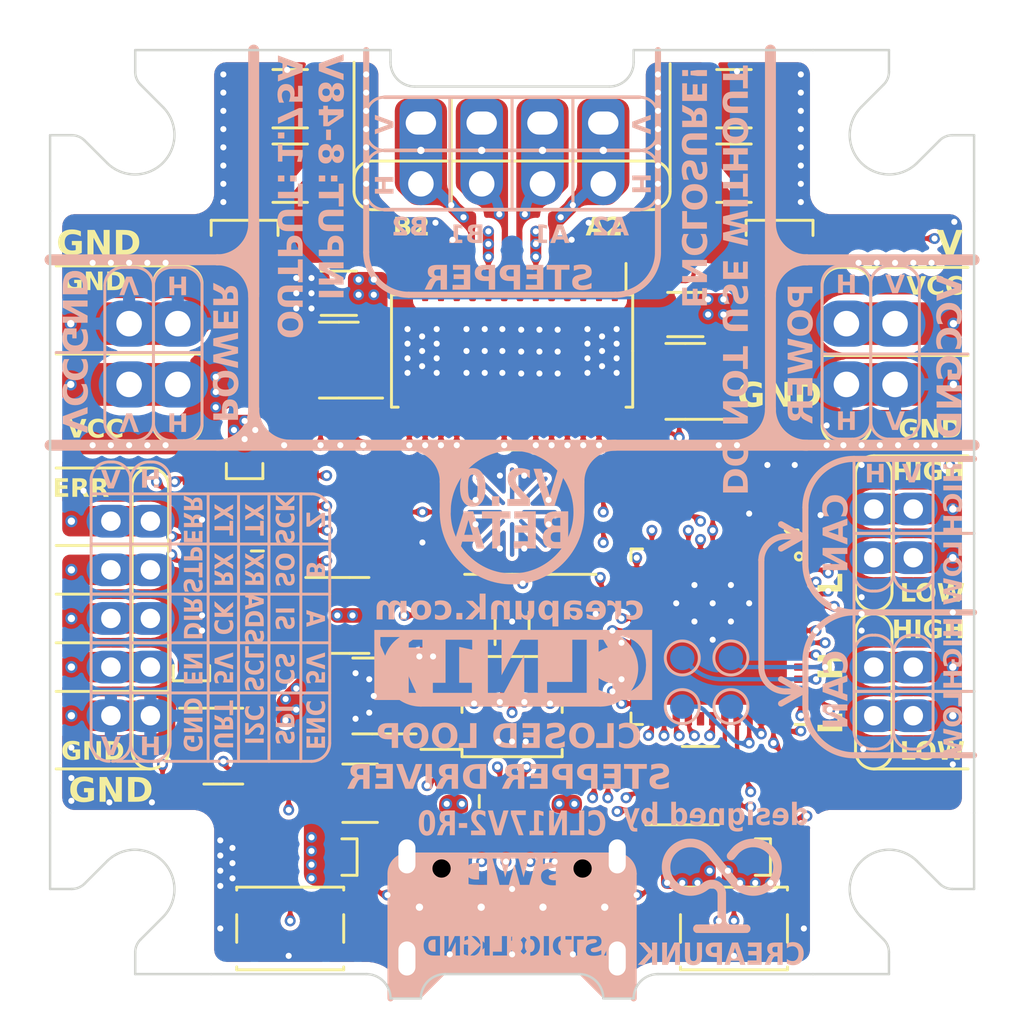
<source format=kicad_pcb>
(kicad_pcb (version 20240108) (generator "pcbnew") (generator_version "8.0")
  (layers (0 "F.Cu" mixed) (1 "In1.Cu" jumper) (2 "In2.Cu" power) (31 "B.Cu" power) (34 "B.Paste" user) (35 "F.Paste" user) (36 "B.SilkS" user "B.Silkscreen") (37 "F.SilkS" user "F.Silkscreen") (38 "B.Mask" user) (39 "F.Mask" user) (44 "Edge.Cuts" user))
  (net 0 "")
  (net 1 "GND")
  (net 2 "VD")
  (net 3 "+3V3")
  (net 4 "/USB_DN")
  (net 5 "/CAN_N")
  (net 6 "/CAN_P")
  (net 7 "VBUS")
  (net 8 "/USB_DP")
  (net 9 "/SWDIO")
  (net 10 "/SWCLK")
  (net 11 "/CAN_TX")
  (net 12 "/CAN_RX")
  (net 16 "/SW1")
  (net 17 "/SW2")
  (net 18 "/B2")
  (net 19 "/B1")
  (net 20 "/A2")
  (net 21 "/A1")
  (net 22 "+5V")
  (net 23 "VUSB")
  (net 24 "Net-(D6-A)")
  (net 25 "/VCP")
  (net 26 "/CP2")
  (net 27 "/CP1")
  (net 28 "/RB")
  (net 29 "/RA")
  (net 30 "/_SWDIO")
  (net 31 "/_SWCLK")
  (net 32 "/CAN_SD")
  (net 33 "/VSENS")
  (net 34 "/~{RED}")
  (net 35 "/~{GRN}")
  (net 36 "/~{BLU}")
  (net 37 "/ENC_SCK")
  (net 38 "/ENC_CS")
  (net 39 "/ENC_DIO")
  (net 40 "Net-(Q1-G)")
  (net 41 "/CTRL_MOSI")
  (net 42 "/CTRL_SCK")
  (net 43 "/CTRL_MISO")
  (net 44 "/ENB")
  (net 45 "/DIR")
  (net 46 "/STP")
  (net 47 "/ERR")
  (net 48 "/_DIR")
  (net 49 "/_STP")
  (net 50 "/_ERR")
  (net 51 "/_ENB")
  (net 52 "/~{CTRL_5V}")
  (net 53 "/EXP_RX")
  (net 54 "/EXP_TX")
  (net 57 "/~{DRV_RST}")
  (net 58 "/~{DRV_ERR}")
  (net 59 "/DRV_EN")
  (net 60 "/DRV_CH4")
  (net 61 "/DRV_CH3")
  (net 62 "/DRV_CH2")
  (net 63 "/DRV_CH1")
  (net 64 "/CC1")
  (net 65 "/CC2")
  (net 66 "/IA")
  (net 67 "/IB")
  (net 68 "VM")
  (net 69 "VCON")
  (net 70 "/CTRL_CS")
  (net 71 "Net-(R16-Pad1)")
  (net 72 "Net-(U9-BST)")
  (net 73 "Net-(U9-EN)")
  (net 74 "/FB")
  (net 75 "/SW")
  (net 76 "/OSC_IN")
  (net 77 "/OSC_OUT")
  (net 79 "/RESET")
  (net 80 "/ENC_MOSI")
  (net 82 "+3V3A")
  (net 83 "/CAN_IO")
  (footprint "FP_lib:C0402" (layer "F.Cu") (at 40 22.75 180)
    (property "Reference" "C11" (hide yes))
    (property "Value" "100n" (hide yes))
  )
  (footprint "FP_lib:D_SOD-123F" (layer "F.Cu") (at 23 30.5 90)
    (property "Reference" "D5" (hide yes))
    (property "Value" "SS210" (hide yes))
  )
  (footprint "FP_lib:R0402" (layer "F.Cu") (at 31.875 37.1875 180)
    (property "Reference" "R15" (hide yes))
    (property "Value" "510" (hide yes))
  )
  (footprint "FP_lib:SOT-23-6" (layer "F.Cu") (at 22.125 43.625)
    (property "Reference" "U9" (hide yes))
    (property "Value" "BL9362" (hide yes))
  )
  (footprint "FP_lib:D_SOD-123F" (layer "F.Cu") (at 20.8125 38.8125 90)
    (property "Reference" "D2" (hide yes))
    (property "Value" "SS210" (hide yes))
  )
  (footprint "FP_lib:R1206_Shunt" (layer "F.Cu") (at 26.875 25 180)
    (property "Reference" "R12" (hide yes))
    (property "Value" "50m" (hide yes))
  )
  (footprint "FP_lib:R0402" (layer "F.Cu") (at 23.125 45.5625 180)
    (property "Reference" "R10" (hide yes))
    (property "Value" "5.1k" (hide yes))
  )
  (footprint "FP_lib:XH2.54 4P" (layer "F.Cu") (at 34 20.5)
    (property "Reference" "J4" (hide yes))
    (property "Value" "Motor" (hide yes))
  )
  (footprint "FP_lib:R0402" (layer "F.Cu") (at 38.5 33 -90)
    (property "Reference" "R36" (hide yes))
    (property "Value" "510" (hide yes))
  )
  (footprint "FP_lib:CD32" (layer "F.Cu") (at 23.5625 38.9375 -90)
    (property "Reference" "L1" (hide yes))
    (property "Value" "33u 600mA" (hide yes))
  )
  (footprint "FP_lib:QFN-48-1EP_7x7mm_P0.5mm_EP5.6x5.6mm" (layer "F.Cu") (at 42.5 39.125009 -90)
    (property "Reference" "IC1" (hide yes))
    (property "Value" "STM32G431CB" (hide yes))
  )
  (footprint "FP_lib:PH2.0 2P" (layer "F.Cu") (at 51.375 41.375 -90)
    (property "Reference" "J7" (hide yes))
    (property "Value" "CAN" (hide yes))
  )
  (footprint "FP_lib:C0402" (layer "F.Cu") (at 40 23.8)
    (property "Reference" "C23" (hide yes))
    (property "Value" "10n 100V" (hide yes))
  )
  (footprint "FP_lib:R0402" (layer "F.Cu") (at 47.6875 22.75)
    (property "Reference" "R5" (hide yes))
    (property "Value" "100k" (hide yes))
  )
  (footprint "FP_lib:R0402" (layer "F.Cu") (at 25.25 34.75 180)
    (property "Reference" "R35" (hide yes))
    (property "Value" "120" (hide yes))
  )
  (footprint "FP_lib:C0402" (layer "F.Cu") (at 47.1875 35.25 90)
    (property "Reference" "C4" (hide yes))
    (property "Value" "100n" (hide yes))
  )
  (footprint "FP_lib:C1210" (layer "F.Cu") (at 43.125 17 180)
    (property "Reference" "C9" (hide yes))
    (property "Value" "10u 100V" (hide yes))
  )
  (footprint "footprints:DFN-2510" (layer "F.Cu") (at 34 45.5 90)
    (property "Reference" "U5" (hide yes))
    (property "Value" "H5VU25U" (hide yes))
  )
  (footprint "footprints:DFN-2510" (layer "F.Cu") (at 23.125 34.25 180)
    (property "Reference" "U10" (hide yes))
    (property "Value" "H5VU25U" (hide yes))
  )
  (footprint "FP_lib:R0402" (layer "F.Cu") (at 27.875 32.6875)
    (property "Reference" "R27" (hide yes))
    (property "Value" "5.1k" (hide yes))
  )
  (footprint "FP_lib:Crystal-3225-4P" (layer "F.Cu") (at 45.125 32.0625 90)
    (property "Reference" "Y1" (hide yes))
    (property "Value" "12M")
  )
  (footprint "FP_lib:C0402" (layer "F.Cu") (at 29.5625 32.9375 90)
    (property "Reference" "C1" (hide yes))
    (property "Value" "100n" (hide yes))
  )
  (footprint "FP_lib:C0402" (layer "F.Cu") (at 39.625 30.75 180)
    (property "Reference" "C32" (hide yes))
    (property "Value" "100n" (hide yes))
  )
  (footprint "FP_lib:R0402" (layer "F.Cu") (at 29.25 37.25)
    (property "Reference" "R33" (hide yes))
    (property "Value" "510" (hide yes))
  )
  (footprint "FP_lib:C0402" (layer "F.Cu") (at 31.875 38.125 180)
    (property "Reference" "C16" (hide yes))
    (property "Value" "10u")
  )
  (footprint "FP_lib:SW_SPST_PTS810" (layer "F.Cu") (at 43.125 51.125)
    (property "Reference" "SW2" (hide yes))
    (property "Value" "SW_Push" (hide yes))
  )
  (footprint "FP_lib:C0402" (layer "F.Cu") (at 42.125 33 90)
    (property "Reference" "C31" (hide yes))
    (property "Value" "100n" (hide yes))
  )
  (footprint "FP_lib:R0402" (layer "F.Cu") (at 36.375 45 180)
    (property "Reference" "R4" (hide yes))
    (property "Value" "120" (hide yes))
  )
  (footprint "FP_lib:D_SMB" (layer "F.Cu") (at 45 25.25 -90)
    (property "Reference" "D1" (hide yes))
    (property "Value" "SMBJ48A" (hide yes))
  )
  (footprint "FP_lib:R0402" (layer "F.Cu") (at 40.25 33.000009 90)
    (property "Reference" "R6" (hide yes))
    (property "Value" "10k" (hide yes))
  )
  (footprint "FP_lib:R0402" (layer "F.Cu") (at 28.4375 48.25 -90)
    (property "Reference" "R29" (hide yes))
    (property "Value" "5.1k" (hide yes))
  )
  (footprint "FP_lib:R0402" (layer "F.Cu") (at 29.5625 35.1875 -90)
    (property "Reference" "FB1" (hide yes))
    (property "Value" "<1R")
  )
  (footprint "FP_lib:R0402" (layer "F.Cu") (at 21.125 45.5625 180)
    (property "Reference" "R9" (hide yes))
    (property "Value" "27k" (hide yes))
  )
  (footprint "FP_lib:USB-TYPE-C-31-M-12" (layer "F.Cu") (at 34 49.875)
    (property "Reference" "J3" (hide yes))
    (property "Value" "TYPE-C-31-M-12" (hide yes))
  )
  (footprint "FP_lib:R0402" (layer "F.Cu") (at 29.25 39.25 180)
    (property "Reference" "R32" (hide yes))
    (property "Value" "10k" (hide yes))
  )
  (footprint "FP_lib:MountingHole" (layer "F.Cu") (at 18.5 49.5 -90)
    (property "Reference" "REF**" (hide yes))
    (property "Value" "MountingHole" (hide yes))
    (fp_line (start 0 3.5) (end -3.125 3.5) (stroke (width 0.1)) (layer "Edge.Cuts"))
    (fp_line (start 0 2.61) (end 0 3.5) (stroke (width 0.1)) (layer "Edge.Cuts"))
    (fp_line (start -1.149049 1.149049) (end -0.219671 2.07967) (stroke (width 0.1)) (layer "Edge.Cuts"))
    (fp_line (start 2.61 0) (end 3.5 0) (stroke (width 0.1)) (layer "Edge.Cuts"))
    (fp_line (start 3.5 0) (end 3.5 -3.125) (stroke (width 0.1)) (layer "Edge.Cuts"))
    (fp_line (start 1.149049 -1.149049) (end 2.07967 -0.219671) (stroke (width 0.1)) (layer "Edge.Cuts"))
    (fp_arc (start -0.219671 2.07967) (mid -0.05709 2.322987) (end 0 2.61) (stroke (width 0.1)) (layer "Edge.Cuts"))
    (fp_arc (start -1.149049 1.149049) (mid -1.149049 -1.149049) (end 1.149049 -1.149049) (stroke (width 0.1)) (layer "Edge.Cuts"))
    (fp_arc (start 2.61 0) (mid 2.322987 -0.05709) (end 2.07967 -0.219671) (stroke (width 0.1)) (layer "Edge.Cuts"))
  )
  (footprint "FP_lib:C0402" (layer "F.Cu") (at 45.1875 45 -90)
    (property "Reference" "C3" (hide yes))
    (property "Value" "100n" (hide yes))
  )
  (footprint "FP_lib:C1210" (layer "F.Cu") (at 43.125 20.0625 180)
    (property "Reference" "C8" (hide yes))
    (property "Value" "10u 100V" (hide yes))
  )
  (footprint "FP_lib:C1210" (layer "F.Cu") (at 24.875 17)
    (property "Reference" "C13" (hide yes))
    (property "Value" "10u 100V" (hide yes))
  )
  (footprint "FP_lib:2x2P2.00mm_Vertical_SMD" (layer "F.Cu") (at 34 42 180)
    (property "Reference" "J9" (hide yes))
    (property "Value" "IO" (hide yes))
  )
  (footprint "FP_lib:R0402" (layer "F.Cu") (at 27.875 33.75)
    (property "Reference" "R20" (hide yes))
    (property "Value" "5.1k" (hide yes))
  )
  (footprint "FP_lib:C0402" (layer "F.Cu") (at 47.1875 33 90)
    (property "Reference" "C6" (hide yes))
    (property "Value" "12p" (hide yes))
  )
  (footprint "FP_lib:C0402" (layer "F.Cu") (at 43.0625 33.000009 -90)
    (property "Reference" "C7" (hide yes))
    (property "Value" "12p" (hide yes))
  )
  (footprint "FP_lib:R1206_Shunt" (layer "F.Cu") (at 41.125 25.875 180)
    (property "Reference" "R11" (hide yes))
    (property "Value" "50m" (hide yes))
  )
  (footprint "FP_lib:C0402" (layer "F.Cu") (at 28.4375 51.25 -90)
    (property "Reference" "C22" (hide yes))
    (property "Value" "100n" (hide yes))
  )
  (footprint "FP_lib:MountingHole" (layer "F.Cu") (at 49.5 18.5 90)
    (property "Reference" "REF**" (hide yes))
    (property "Value" "MountingHole" (hide yes))
    (fp_line (start 1.149049 -1.149049) (end 2.07967 -0.219671) (stroke (width 0.1)) (layer "Edge.Cuts"))
    (fp_line (start 3.5 0) (end 3.5 -3.125) (stroke (width 0.1)) (layer "Edge.Cuts"))
    (fp_line (start 2.61 0) (end 3.5 0) (stroke (width 0.1)) (layer "Edge.Cuts"))
    (fp_line (start -1.149049 1.149049) (end -0.219671 2.07967) (stroke (width 0.1)) (layer "Edge.Cuts"))
    (fp_line (start 0 2.61) (end 0 3.5) (stroke (width 0.1)) (layer "Edge.Cuts"))
    (fp_line (start 0 3.5) (end -3.125 3.5) (stroke (width 0.1)) (layer "Edge.Cuts"))
    (fp_arc (start 2.61 0) (mid 2.322987 -0.05709) (end 2.07967 -0.219671) (stroke (width 0.1)) (layer "Edge.Cuts"))
    (fp_arc (start -1.149049 1.149049) (mid -1.149049 -1.149049) (end 1.149049 -1.149049) (stroke (width 0.1)) (layer "Edge.Cuts"))
    (fp_arc (start -0.219671 2.07967) (mid -0.05709 2.322987) (end 0 2.61) (stroke (width 0.1)) (layer "Edge.Cuts"))
  )
  (footprint "FP_lib:R0402" (layer "F.Cu") (at 21.25 36 180)
    (property "Reference" "R2" (hide yes))
    (property "Value" "120" (hide yes))
  )
  (footprint "FP_lib:R0402" (layer "F.Cu") (at 39.5625 48.25 -90)
    (property "Reference" "R37" (hide yes))
    (property "Value" "5.1k" (hide yes))
  )
  (footprint "FP_lib:SW_SPST_PTS810" (layer "F.Cu") (at 24.875 51.125)
    (property "Reference" "SW1" (hide yes))
    (property "Value" "SW_Push" (hide yes))
  )
  (footprint "FP_lib:C0402" (layer "F.Cu") (at 31.875 39.0625 180)
    (property "Reference" "C2" (hide yes))
    (property "Value" "10u")
  )
  (footprint "FP_lib:HTSSOP-28-1EP_4.4x9.7mm_P0.65mm_EP2.85x5.4mm" (layer "F.Cu") (at 34 27.375 -90)
    (property "Reference" "U1" (hide yes))
    (property "Value" "DRV8844" (hide yes))
  )
  (footprint "FP_lib:C1210" (layer "F.Cu") (at 27.75 45.5625 180)
    (property "Reference" "C12" (hide yes))
    (property "Value" "10u 100V" (hide yes))
  )
  (footprint "FP_lib:PH2.0 5P" (layer "F.Cu") (at 16.625 38.375 90)
    (property "Reference" "J5" (hide yes))
    (property "Value" "CTRL" (hide yes))
  )
  (footprint "FP_lib:C0402" (layer "F.Cu") (at 26.3125 40.625 180)
    (property "Reference" "C20" (hide yes))
    (property "Value" "10u")
  )
  (footprint "FP_lib:MountingHole" (layer "F.Cu") (at 49.5 49.5)
    (property "Reference" "REF**" (hide yes))
    (property "Value" "MountingHole" (hide yes))
    (fp_line (start -1.149049 1.149049) (end -0.219671 2.07967) (stroke (width 0.1)) (layer "Edge.Cuts"))
    (fp_line (start 0 2.61) (end 0 3.5) (stroke (width 0.1)) (layer "Edge.Cuts"))
    (fp_line (start 0 3.5) (end -3.125 3.5) (stroke (width 0.1)) (layer "Edge.Cuts"))
    (fp_line (start 1.149049 -1.149049) (end 2.07967 -0.219671) (stroke (width 0.1)) (layer "Edge.Cuts"))
    (fp_line (start 2.61 0) (end 3.5 0) (stroke (width 0.1)) (layer "Edge.Cuts"))
    (fp_line (start 3.5 0) (end 3.5 -3.125) (stroke (width 0.1)) (layer "Edge.Cuts"))
    (fp_arc (start -1.149049 1.149049) (mid -1.149049 -1.149049) (end 1.149049 -1.149049) (stroke (width 0.1)) (layer "Edge.Cuts"))
    (fp_arc (start -0.219671 2.07967) (mid -0.05709 2.322987) (end 0 2.61) (stroke (width 0.1)) (layer "Edge.Cuts"))
    (fp_arc (start 2.61 0) (mid 2.322987 -0.05709) (end 2.07967 -0.219671) (stroke (width 0.1)) (layer "Edge.Cuts"))
  )
  (footprint "Package_TO_SOT_SMD:SOT-23-6" (layer "F.Cu") (at 41.125 28.625 180)
    (property "Reference" "U6" (hide yes))
    (property "Value" "INA180A1" (hide yes))
  )
  (footprint "FP_lib:XH2.54 2P" (layer "F.Cu") (at 50.75 27.5 -90)
    (property "Reference" "J1" (hide yes))
    (property "Value" "PWR" (hide yes))
  )
  (footprint "FP_lib:SOIC-8_3.9x4.9mm_P1.27mm" (layer "F.Cu") (at 34 34 180)
    (property "Reference" "U2" (hide yes))
    (property "Value" "TLE5012B" (hide yes))
  )
  (footprint "FP_lib:XH2.54 2P" (layer "F.Cu") (at 17.25 27.5 90)
    (property "Reference" "J2" (hide yes))
    (property "Value" "PWR" (hide yes))
  )
  (footprint "FP_lib:C0402" (layer "F.Cu") (at 41.1875 33.000009 90)
    (property "Reference" "C21" (hide yes))
    (property "Value" "100n" (hide yes))
  )
  (footprint "Package_TO_SOT_SMD:SOT-23-6" (layer "F.Cu") (at 26.875 27.75 180)
    (property "Reference" "U7" (hide yes))
    (property "Value" "INA180A1" (hide yes))
  )
  (footprint "FP_lib:C0402" (layer "F.Cu") (at 25.375 30.375 90)
    (property "Reference" "C5" (hide yes))
    (property "Value" "100n" (hide yes))
  )
  (footprint "FP_lib:D_SMB" (layer "F.Cu") (at 23 25.25 -90)
    (property "Reference" "D4" (hide yes))
    (property "Value" "SS510B" (hide yes))
  )
  (footprint "FP_lib:R0402" (layer "F.Cu") (at 45.5 48 90)
    (property "Reference" "R13" (hide yes))
    (property "Value" "5.1k" (hide yes))
  )
  (footprint "FP_lib:SOT-23-3" (layer "F.Cu") (at 28.25 41.5625 180)
    (property "Reference" "U4" (hide yes))
    (property "Value" "ME6211")
  )
  (footprint "FP_lib:C0402" (layer "F.Cu") (at 28.75 30.375 90)
    (property "Reference" "C10" (hide yes))
    (property "Value" "1u" (hide yes))
  )
  (footprint "FP_lib:R0402" (layer "F.Cu") (at 25.25 33.75 180)
    (property "Reference" "R17" (hide yes))
    (property "Value" "120" (hide yes))
  )
  (footprint "FP_lib:R0402" (layer "F.Cu") (at 25.25 36 180)
    (property "Reference" "R18" (hide yes))
    (property "Value" "120" (hide yes))
  )
  (footprint "FP_lib:R0402" (layer "F.Cu") (at 21.25 32.625 180)
    (property "Reference" "R26" (hide yes))
    (property "Value" "120" (hide yes))
  )
  (footprint "FP_lib:C0402" (layer "F.Cu") (at 39.625 51.25 -90)
    (property "Reference" "C18" (hide yes))
    (property "Value" "100n" (hide yes))
  )
  (footprint "FP_lib:LED_RGB_0606" (layer "F.Cu") (at 34 38.5 90)
    (property "Reference" "D6" (hide yes))
    (property "Value" "LED_RABG")
  )
  (footprint "FP_lib:D_SOD-123F" (layer "F.Cu") (at 42.5 48.1875 180)
    (property "Reference" "D7" (hide yes))
    (property "Value" "SS210" (hide yes))
  )
  (footprint "FP_lib:R0402" (layer "F.Cu") (at 24.8125 44.875 90)
    (property "Reference" "R7" (hide yes))
    (property "Value" "100k" (hide yes))
  )
  (footprint "FP_lib:HVSON-8-1EP_3x3mm_P0.65mm_EP1.6x2.4mm" (layer "F.Cu") (at 41 45.25)
    (property "Reference" "U8" (hide yes))
    (property "Value" "TJA1042" (hide yes))
  )
  (footprint "FP_lib:R0402" (layer "F.Cu") (at 27.875 35.8125)
    (property "Reference" "R21" (hide yes))
    (property "Value" "5.1k" (hide yes))
  )
  (footprint "FP_lib:C0402" (layer "F.Cu") (at 36.125 37.25 180)
    (property "Reference" "C26" (hide yes))
    (property "Value" "10u")
  )
  (footprint "FP_lib:R0402" (layer "F.Cu") (at 21.25 35 180)
    (property "Reference" "R3" (hide yes))
    (property "Value" "120" (hide yes))
  )
  (footprint "FP_lib:C0402" (layer "F.Cu") (at 36.125 38.1875)
    (property "Reference" "C15" (hide yes))
    (property "Value" "1u" (hide yes))
  )
  (footprint "FP_lib:R0402" (layer "F.Cu") (at 27.875 34.75)
    (property "Reference" "R22" (hide yes))
    (property "Value" "5.1k" (hide yes))
  )
  (footprint "FP_lib:R0402" (layer "F.Cu") (at 31.625 45)
    (property "Reference" "R23" (hide yes))
    (property "Value" "120" (hide yes))
  )
  (footprint "FP_lib:C0402" (layer "F.Cu") (at 26.3125 42.5 180)
    (property "Reference" "C35" (hide yes))
    (property "Value" "10u")
  )
  (footprint "FP_lib:C1210" (layer "F.Cu") (at 24.875 20.0625)
    (property "Reference" "C14" (hide yes))
    (property "Value" "10u 100V" (hide yes))
  )
  (footprint "FP_lib:PH2.0 2P" (layer "F.Cu") (at 51.375 34.875 -90)
    (property "Reference" "J6" (hide yes))
    (property "Value" "CAN" (hide yes))
  )
  (footprint "FP_lib:R0402" (layer "F.Cu") (at 50.125 22.75)
    (property "Reference" "R16" (hide yes))
    (property "Value" "100k" (hide yes))
  )
  (footprint "FP_lib:R0402" (layer "F.Cu") (at 21.25 33.625 180)
    (property "Reference" "R1" (hide yes))
    (property "Value" "120" (hide yes))
  )
  (footprint "FP_lib:C0402" (layer "F.Cu") (at 21.5 41.625 180)
    (property "Reference" "C25" (hide yes))
    (property "Value" "100n" (hide yes))
  )
  (footprint "FP_lib:SOT-23-3" (layer "F.Cu") (at 27.3125 38.25)
    (property "Reference" "Q1" (hide yes))
    (property "Value" "AO3401")
  )
  (footprint "FP_lib:D_SOD-123F" (layer "F.Cu") (at 25.5 48.1875 180)
    (property "Reference" "D3" (hide yes))
    (property "Value" "SMF48A")
  )
  (footprint "FP_lib:R0402" (layer "F.Cu") (at 25.25 32.5 180)
    (property "Reference" "R19" (hide yes))
    (property "Value" "120" (hide yes))
  )
  (footprint "FP_lib:C0402" (layer "F.Cu") (at 36.125 39.125)
    (property "Reference" "C17" (hide yes))
    (property "Value" "100n" (hide yes))
  )
  (footprint "FP_lib:MountingHole" (layer "F.Cu") (at 18.5 18.5 180)
    (property "Reference" "REF**" (hide yes))
    (property "Value" "MountingHole" (hide yes))
    (fp_line (start 3.5 0) (end 3.5 -3.125) (stroke (width 0.1)) (layer "Edge.Cuts"))
    (fp_line (start 2.61 0) (end 3.5 0) (stroke (width 0.1)) (layer "Edge.Cuts"))
    (fp_line (start 1.149049 -1.149049) (end 2.07967 -0.219671) (stroke (width 0.1)) (layer "Edge.Cuts"))
    (fp_line (start 0 3.5) (end -3.125 3.5) (stroke (width 0.1)) (layer "Edge.Cuts"))
    (fp_line (start 0 2.61) (end 0 3.5) (stroke (width 0.1)) (layer "Edge.Cuts"))
    (fp_line (start -1.149049 1.149049) (end -0.219671 2.07967) (stroke (width 0.1)) (layer "Edge.Cuts"))
    (fp_arc (start 2.61 0) (mid 2.322987 -0.05709) (end 2.07967 -0.219671) (stroke (width 0.1)) (layer "Edge.Cuts"))
    (fp_arc (start -0.219671 2.07967) (mid -0.05709 2.322987) (end 0 2.61) (stroke (width 0.1)) (layer "Edge.Cuts"))
    (fp_arc (start -1.149049 1.149049) (mid -1.149049 -1.149049) (end 1.149049 -1.149049) (stroke (width 0.1)) (layer "Edge.Cuts"))
  )
  (footprint "TestPoint:TestPoint_Pad_D1.0mm" (layer "B.Cu") (at 41 42 180)
    (property "Reference" "REF**" (hide yes))
    (property "Value" "TestPoint_Pad_D1.0mm" (hide yes))
  )
  (footprint "TestPoint:TestPoint_Pad_D1.0mm" (layer "B.Cu") (at 43 40)
    (property "Reference" "REF**" (hide yes))
    (property "Value" "TestPoint_Pad_D1.0mm" (hide yes))
  )
  (footprint "TestPoint:TestPoint_Pad_D1.0mm" (layer "B.Cu") (at 41 40)
    (property "Reference" "REF**" (hide yes))
    (property "Value" "TestPoint_Pad_D1.0mm" (hide yes))
  )
  (footprint "TestPoint:TestPoint_Pad_D1.0mm" (layer "B.Cu") (at 43 42 180)
    (property "Reference" "REF**" (hide yes))
    (property "Value" "TestPoint_Pad_D1.0mm" (hide yes))
  )
  (footprint "FP_lib:SWD" (layer "B.Cu") (at 34 50.25)
    (property "Reference" "J8" (hide yes))
    (property "Value" "DEBUG" (hide yes))
  )
  (footprint "LOGO" (layer "B.Cu") (at 42.625 48.875 180)
    (property "Reference" "G***" (hide yes))
    (property "Value" "LOGO" (hide yes))
  )
  (gr_line (start 33.625 33.625) (end 32.625 32.625) (stroke (width 0.175)) (layer "F.Cu"))
  (gr_line (start 32.25 34) (end 33.5 34) (stroke (width 0.175)) (layer "F.Cu"))
  (gr_line (start 35.75 34) (end 34.5 34) (stroke (width 0.175)) (layer "F.Cu"))
  (gr_line (start 34.375 33.625) (end 35.375 32.625) (stroke (width 0.175)) (layer "F.Cu"))
  (gr_line (start 32.625 35.375) (end 33.625 34.375) (stroke (width 0.175)) (layer "F.Cu"))
  (gr_line (start 34 32.25) (end 34 33.5) (stroke (width 0.175)) (layer "F.Cu"))
  (gr_line (start 35.375 35.375) (end 34.375 34.375) (stroke (width 0.175)) (layer "F.Cu"))
  (gr_line (start 34 35.75) (end 34 34.5) (stroke (width 0.175)) (layer "F.Cu"))
  (gr_line (start 32.625 35.375) (end 33.625 34.375) (stroke (width 0.175)) (layer "B.Cu"))
  (gr_line (start 35.75 34) (end 34.5 34) (stroke (width 0.175)) (layer "B.Cu"))
  (gr_line (start 32.25 34) (end 33.5 34) (stroke (width 0.175)) (layer "B.Cu"))
  (gr_line (start 34 35.75) (end 34 34.5) (stroke (width 0.175)) (layer "B.Cu"))
  (gr_line (start 35.375 35.375) (end 34.375 34.375) (stroke (width 0.175)) (layer "B.Cu"))
  (gr_line (start 33.625 33.625) (end 32.625 32.625) (stroke (width 0.175)) (layer "B.Cu"))
  (gr_line (start 34 32.25) (end 34 33.5) (stroke (width 0.175)) (layer "B.Cu"))
  (gr_line (start 34.375 33.625) (end 35.375 32.625) (stroke (width 0.175)) (layer "B.Cu"))
  (gr_arc (start 19.25 30.3125) (mid 19.030345 30.842845) (end 18.5 31.0625) (stroke (width 0.12)) (layer "B.SilkS"))
  (gr_arc (start 48.75 30.25) (mid 48.53033 30.78033) (end 48 31) (stroke (width 0.12)) (layer "B.SilkS"))
  (gr_arc (start 46.0625 33.8125) (mid 46.648286 32.398286) (end 48.0625 31.8125) (stroke (width 0.25)) (layer "B.SilkS"))
  (gr_line (start 19.9375 43.5) (end 19.9375 32.6875) (stroke (width 0.12)) (layer "B.SilkS"))
  (gr_arc (start 50.4375 37.25) (mid 49.90717 37.03033) (end 49.6875 36.5) (stroke (width 0.12)) (layer "B.SilkS"))
  (gr_line (start 49.5 23.875) (end 50 23.875) (stroke (width 0.12)) (layer "B.SilkS"))
  (gr_arc (start 29 48.875) (mid 29.21967 48.34467) (end 29.75 48.125) (stroke (width 0.25)) (layer "B.SilkS"))
  (gr_arc (start 46.75 24.625) (mid 46.969659 24.094651) (end 47.5 23.875) (stroke (width 0.12)) (layer "B.SilkS"))
  (gr_line (start 24 44.25) (end 24 33.25) (stroke (width 0.12)) (layer "B.SilkS"))
  (gr_line (start 49.6875 36.5) (end 49.6875 31.8125) (stroke (width 0.12)) (layer "B.SilkS"))
  (gr_line (start 48.0625 34.875) (end 53 34.875) (stroke (width 0.12)) (layer "B.SilkS"))
  (gr_arc (start 48.8125 43.75) (mid 48.28217 43.53033) (end 48.0625 43) (stroke (width 0.12)) (layer "B.SilkS"))
  (gr_line (start 29 48.875) (end 29 54) (stroke (width 0.25)) (layer "B.SilkS"))
  (gr_line (start 53 44) (end 48.0625 44) (stroke (width 0.25)) (layer "B.SilkS"))
  (gr_line (start 23.37316 15) (end 23.37316 29.74816) (stroke (width 0.45)) (layer "B.SilkS"))
  (gr_line (start 18.3125 43.5) (end 18.3125 32.6875) (stroke (width 0.12)) (layer "B.SilkS"))
  (gr_line (start 48 31) (end 47.5 31) (stroke (width 0.12)) (layer "B.SilkS"))
  (gr_line (start 17.25 24.6875) (end 17.25 30.3125) (stroke (width 0.12)) (layer "B.SilkS"))
  (gr_arc (start 20.5 23.9375) (mid 21.03033 24.15717) (end 21.25 24.6875) (stroke (width 0.12)) (layer "B.SilkS"))
  (gr_line (start 46.125 23.625) (end 53 23.625) (stroke (width 0.45)) (layer "B.SilkS"))
  (gr_arc (start 51.3125 36.5) (mid 51.09283 37.03033) (end 50.5625 37.25) (stroke (width 0.12)) (layer "B.SilkS"))
  (gr_line (start 34 16.9375) (end 34 21.5625) (stroke (width 0.12)) (layer "B.SilkS"))
  (gr_line (start 39 48.875) (end 39 54) (stroke (width 0.25)) (layer "B.SilkS"))
  (gr_arc (start 45.25 41.375) (mid 44.542894 41.082107) (end 44.25 40.375) (stroke (width 0.25)) (layer "B.SilkS"))
  (gr_arc (start 49.5 31) (mid 48.96967 30.78033) (end 48.75 30.25) (stroke (width 0.12)) (layer "B.SilkS"))
  (gr_arc (start 17.4375 44.25) (mid 16.90717 44.03033) (end 16.6875 43.5) (stroke (width 0.12)) (layer "B.SilkS"))
  (gr_line (start 17.75 44.25) (end 25.75 44.25) (stroke (width 0.12)) (layer "B.SilkS"))
  (gr_arc (start 48.9375 39.0625) (mid 49.46783 39.28217) (end 49.6875 39.8125) (stroke (width 0.12)) (layer "B.SilkS"))
  (gr_line (start 31.25 34) (end 31.25 32.75) (stroke (width 0.45)) (layer "B.SilkS"))
  (gr_line (start 36.5 16.9375) (end 36.5 21.5625) (stroke (width 0.12)) (layer "B.SilkS"))
  (gr_line (start 44.25 40.375) (end 44.25 35.969238) (stroke (width 0.25)) (layer "B.SilkS"))
  (gr_arc (start 24.87316 31.24816) (mid 23.8125 30.80882) (end 23.37316 29.74816) (stroke (width 0.45)) (layer "B.SilkS"))
  (gr_line (start 16.75 41.4375) (end 26.5 41.4375) (stroke (width 0.12)) (layer "B.SilkS"))
  (gr_line (start 19.25 24.6875) (end 19.25 30.5625) (stroke (width 0.12)) (layer "B.SilkS"))
  (gr_arc (start 48.0625 39.8125) (mid 48.28217 39.28217) (end 48.8125 39.0625) (stroke (width 0.12)) (layer "B.SilkS"))
  (gr_line (start 48.9375 37.25) (end 48.8125 37.25) (stroke (width 0.12)) (layer "B.SilkS"))
  (gr_line (start 46.0625 35.0625) (end 45.0625 34.5) (stroke (width 0.25)) (layer "B.SilkS"))
  (gr_arc (start 48 23.875) (mid 48.530319 24.094672) (end 48.75 24.625) (stroke (width 0.12)) (layer "B.SilkS"))
  (gr_arc (start 44.25 35.969238) (mid 44.553684 35.282073) (end 45.25 35) (stroke (width 0.25)) (layer "B.SilkS"))
  (gr_arc (start 46.0625 40.125) (mid 46.648286 38.710786) (end 48.0625 38.125) (stroke (width 0.25)) (layer "B.SilkS"))
  (gr_line (start 46.0625 33.8125) (end 46.0625 36.125) (stroke (width 0.25)) (layer "B.SilkS"))
  (gr_arc (start 23.375 22.125) (mid 22.93566 23.18566) (end 21.875 23.625) (stroke (width 0.45)) (layer "B.SilkS"))
  (gr_line (start 50.5625 37.25) (end 50.4375 37.25) (stroke (width 0.12)) (layer "B.SilkS"))
  (gr_line (start 20 23.9375) (end 20.5 23.9375) (stroke (width 0.12)) (layer "B.SilkS"))
  (gr_arc (start 40 23.3125) (mid 39.487437 24.549936) (end 38.25 25.0625) (stroke (width 0.25)) (layer "B.SilkS"))
  (gr_arc (start 19.25 24.6875) (mid 19.46967 24.15717) (end 20 23.9375) (stroke (width 0.12)) (layer "B.SilkS"))
  (gr_line (start 38.25 25.0625) (end 29.75 25.0625) (stroke (width 0.25)) (layer "B.SilkS"))
  (gr_arc (start 16.6875 32.6875) (mid 16.90717 32.15717) (end 17.4375 31.9375) (stroke (width 0.12)) (layer "B.SilkS"))
  (gr_arc (start 18.5 23.9375) (mid 19.03033 24.15717) (end 19.25 24.6875) (stroke (width 0.12)) (layer "B.SilkS"))
  (gr_line (start 21.25 27.4375) (end 15.25 27.4375) (stroke (width 0.12)) (layer "B.SilkS"))
  (gr_line (start 26.5 43.5) (end 26.5 34) (stroke (width 0.12)) (layer "B.SilkS"))
  (gr_arc (start 40 18.375) (mid 39.78033 18.90533) (end 39.25 19.125) (stroke (width 0.12)) (layer "B.SilkS"))
  (gr_arc (start 40 20.8125) (mid 39.78033 21.34283) (end 39.25 21.5625) (stroke (width 0.12)) (layer "B.SilkS"))
  (gr_arc (start 38.25 48.125) (mid 38.78033 48.34467) (end 39 48.875) (stroke (width 0.25)) (layer "B.SilkS"))
  (gr_line (start 48.0625 41.375) (end 53 41.375) (stroke (width 0.12)) (layer "B.SilkS"))
  (gr_arc (start 28.75 21.5625) (mid 28.21967 21.34283) (end 28 20.8125) (stroke (width 0.12)) (layer "B.SilkS"))
  (gr_arc (start 48.75 24.625) (mid 48.969659 24.094651) (end 49.5 23.875) (stroke (width 0.12)) (layer "B.SilkS"))
  (gr_line (start 16.75 33.25) (end 25.75 33.25) (stroke (width 0.12)) (layer "B.SilkS"))
  (gr_line (start 47.5 23.875) (end 48 23.875) (stroke (width 0.12)) (layer "B.SilkS"))
  (gr_poly (pts (xy 35.222343 31.306703) (xy 36.724542 31.306703) (xy 37.25 31.332161) (xy 36.75 32.710436) (xy 36.626076 32.710436)) (stroke (width 0.15)) (fill solid) (layer "B.SilkS"))
  (gr_arc (start 49.6875 39.8125) (mid 49.90717 39.28217) (end 50.4375 39.0625) (stroke (width 0.12)) (layer "B.SilkS"))
  (gr_arc (start 28 17.6875) (mid 28.21967 17.15717) (end 28.75 16.9375) (stroke (width 0.12)) (layer "B.SilkS"))
  (gr_line (start 28.75 16.9375) (end 39.25 16.9375) (stroke (width 0.15)) (layer "B.SilkS"))
  (gr_arc (start 29.75 25.0625) (mid 28.512564 24.549937) (end 28 23.3125) (stroke (width 0.25)) (layer "B.SilkS"))
  (gr_line (start 46.75 27.5) (end 52.75 27.5) (stroke (width 0.12)) (layer "B.SilkS"))
  (gr_line (start 40 23.3125) (end 40 15) (stroke (width 0.25)) (layer "B.SilkS"))
  (gr_line (start 48.9375 43.75) (end 48.8125 43.75) (stroke (width 0.12)) (layer "B.SilkS"))
  (gr_line (start 21.25 30.3125) (end 21.25 24.6875) (stroke (width 0.12)) (layer "B.SilkS"))
  (gr_arc (start 39.25 19.125) (mid 39.78033 19.34467) (end 40 19.875) (stroke (width 0.12)) (layer "B.SilkS"))
  (gr_arc (start 26.5 43.5) (mid 26.28033 44.03033) (end 25.75 44.25) (stroke (width 0.12)) (layer "B.SilkS"))
  (gr_arc (start 18 31.0625) (mid 17.469676 30.842824) (end 17.25 30.3125) (stroke (width 0.12)) (layer "B.SilkS"))
  (gr_arc (start 49.6875 43) (mid 49.46783 43.53033) (end 48.9375 43.75) (stroke (width 0.12)) (layer "B.SilkS"))
  (gr_arc (start 50.75 30.25) (mid 50.53033 30.78033) (end 50 31) (stroke (width 0.12)) (layer "B.SilkS"))
  (gr_line (start 18.5 31.0625) (end 18 31.0625) (stroke (width 0.12)) (layer "B.SilkS"))
  (gr_line (start 19.0625 31.9375) (end 19.1875 31.9375) (stroke (width 0.12)) (layer "B.SilkS"))
  (gr_arc (start 49.6875 36.5) (mid 49.46783 37.03033) (end 48.9375 37.25) (stroke (width 0.12)) (layer "B.SilkS"))
  (gr_arc (start 17.25 24.6875) (mid 17.46967 24.15717) (end 18 23.9375) (stroke (width 0.12)) (layer "B.SilkS"))
  (gr_arc (start 25.75 33.25) (mid 26.28033 33.46967) (end 26.5 34) (stroke (width 0.12)) (layer "B.SilkS"))
  (gr_line (start 28.75 21.5625) (end 39.25 21.5625) (stroke (width 0.15)) (layer "B.SilkS"))
  (gr_arc (start 46.12316 31.25184) (mid 45.0625 30.8125) (end 44.62316 29.75184) (stroke (width 0.45)) (layer "B.SilkS"))
  (gr_line (start 48.0625 31.8125) (end 53 31.8125) (stroke (width 0.25)) (layer "B.SilkS"))
  (gr_line (start 48.75 30.25) (end 48.75 24.375) (stroke (width 0.12)) (layer "B.SilkS"))
  (gr_line (start 30.25 41.875) (end 37.625 41.875) (stroke (width 0.25)) (layer "B.SilkS"))
  (gr_line (start 31.4375 21.5625) (end 31.4375 16.9375) (stroke (width 0.12)) (layer "B.SilkS"))
  (gr_arc (start 21.87316 23.62316) (mid 22.93382 24.0625) (end 23.37316 25.12316) (stroke (width 0.45)) (layer "B.SilkS"))
  (gr_arc (start 18.3125 32.6875) (mid 18.53217 32.15717) (end 19.0625 31.9375) (stroke (width 0.12)) (layer "B.SilkS"))
  (gr_line (start 46.75 24.625) (end 46.75 30.25) (stroke (width 0.12)) (layer "B.SilkS"))
  (gr_arc (start 51.3125 43) (mid 51.09283 43.53033) (end 50.5625 43.75) (stroke (width 0.12)) (layer "B.SilkS"))
  (gr_arc (start 48.0625 38.125) (mid 46.648286 37.539214) (end 46.0625 36.125) (stroke (width 0.25)) (layer "B.SilkS"))
  (gr_line (start 30.25 39) (end 37.625 39) (stroke (width 0.25)) (layer "B.SilkS"))
  (gr_line (start 45.25 35) (end 46.0625 35) (stroke (width 0.25)) (layer "B.SilkS"))
  (gr_line (start 21.87316 23.62316) (end 14.99816 23.62316) (stroke (width 0.45)) (layer "B.SilkS"))
  (gr_circle (center 34 34) (end 36.75 34) (stroke (width 0.45)) (fill none) (layer "B.SilkS"))
  (gr_poly (pts (xy 44.5 22.3125) (xy 45.5625 23.625) (xy 44.5 24.9375)) (stroke (width 0.2)) (fill solid) (layer "B.SilkS"))
  (gr_arc (start 30.25 41.875) (mid 28.8125 40.4375) (end 30.25 39) (stroke (width 0.25)) (layer "B.SilkS"))
  (gr_poly (pts (xy 43.6875 31.25) (xy 44.625 30.3125) (xy 45.5625 31.25)) (stroke (width 0.15)) (fill solid) (layer "B.SilkS"))
  (gr_arc (start 19.9375 43.5) (mid 19.71783 44.03033) (end 19.1875 44.25) (stroke (width 0.12)) (layer "B.SilkS"))
  (gr_line (start 25.3125 44.25) (end 25.3125 33.25) (stroke (width 0.12)) (layer "B.SilkS"))
  (gr_line (start 46.0625 41.4375) (end 45.0625 40.875) (stroke (width 0.25)) (layer "B.SilkS"))
  (gr_arc (start 37.625 39) (mid 39.0625 40.4375) (end 37.625 41.875) (stroke (width 0.25)) (layer "B.SilkS"))
  (gr_line (start 48.0625 38.125) (end 53 38.125) (stroke (width 0.25)) (layer "B.SilkS"))
  (gr_arc (start 50.4375 43.75) (mid 49.90717 43.53033) (end 49.6875 43) (stroke (width 0.12)) (layer "B.SilkS"))
  (gr_poly (pts (xy 23.49816 24.93566) (xy 22.43566 23.62316) (xy 23.49816 22.31066)) (stroke (width 0.2)) (fill solid) (layer "B.SilkS"))
  (gr_line (start 48.8125 39.0625) (end 48.9375 39.0625) (stroke (width 0.12)) (layer "B.SilkS"))
  (gr_arc (start 19.0625 44.25) (mid 18.53217 44.03033) (end 18.3125 43.5) (stroke (width 0.12)) (layer "B.SilkS"))
  (gr_arc (start 50.5625 39.0625) (mid 51.09283 39.28217) (end 51.3125 39.8125) (stroke (width 0.12)) (layer "B.SilkS"))
  (gr_arc (start 44.62316 25.12316) (mid 45.0625 24.0625) (end 46.12316 23.62316) (stroke (width 0.45)) (layer "B.SilkS"))
  (gr_line (start 46.0625 34.9375) (end 45.0625 35.5) (stroke (width 0.25)) (layer "B.SilkS"))
  (gr_line (start 50 31) (end 49.5 31) (stroke (width 0.12)) (layer "B.SilkS"))
  (gr_arc (start 28.75 19.125) (mid 28.21967 18.90533) (end 28 18.375) (stroke (width 0.12)) (layer "B.SilkS"))
  (gr_arc (start 48.8125 37.25) (mid 48.28217 37.03033) (end 48.0625 36.5) (stroke (width 0.12)) (layer "B.SilkS"))
  (gr_line (start 18 23.9375) (end 18.5 23.9375) (stroke (width 0.12)) (layer "B.SilkS"))
  (gr_poly (pts (xy 32.777657 31.306703) (xy 31.275458 31.306703) (xy 30.75 31.332161) (xy 31.25 32.710436) (xy 31.373924 32.710436)) (stroke (width 0.15)) (fill solid) (layer "B.SilkS"))
  (gr_arc (start 44.625 29.75) (mid 44.18566 30.81066) (end 43.125 31.25) (stroke (width 0.45)) (layer "B.SilkS"))
  (gr_poly (pts (xy 30.25 39) (xy 29.375 39.25) (xy 28.875 40) (xy 28.875 40.875) (xy 29.5 41.75) (xy 30.875 41.875) (xy 37.875 41.875) (xy 38.625 41.375) (xy 39 40.75) (xy 39 40.125) (xy 38.75 39.625) (xy 38.25 39.125) (xy 36.75 39) (xy 29.875 39) (xy 29.75 39.25) (xy 37.75 39.25) (xy 38.125 39.875) (xy 38.125 41.375) (xy 37.75 41.625) (xy 29.75 41.5) (xy 29.75 39.375)) (fill solid) (layer "B.SilkS"))
  (gr_line (start 20.5 31.0625) (end 20 31.0625) (stroke (width 0.12)) (layer "B.SilkS"))
  (gr_line (start 50.4375 39.0625) (end 50.5625 39.0625) (stroke (width 0.12)) (layer "B.SilkS"))
  (gr_line (start 44.625 15) (end 44.625 29.75) (stroke (width 0.45)) (layer "B.SilkS"))
  (gr_line (start 16.6875 43.5) (end 16.6875 32.6875) (stroke (width 0.12)) (layer "B.SilkS"))
  (gr_arc (start 28 19.875) (mid 28.21967 19.34467) (end 28.75 19.125) (stroke (width 0.12)) (layer "B.SilkS"))
  (gr_line (start 46.0625 40.125) (end 46.0625 42) (stroke (width 0.25)) (layer "B.SilkS"))
  (gr_line (start 17.4375 31.9375) (end 17.5625 31.9375) (stroke (width 0.12)) (layer "B.SilkS"))
  (gr_line (start 16.75 39.375) (end 26.5 39.375) (stroke (width 0.12)) (layer "B.SilkS"))
  (gr_line (start 49.6875 43) (end 49.6875 39.8125) (stroke (width 0.12)) (layer "B.SilkS"))
  (gr_arc (start 19.1875 31.9375) (mid 19.71783 32.15717) (end 19.9375 32.6875) (stroke (width 0.12)) (layer "B.SilkS"))
  (gr_line (start 48.0625 31.8125) (end 48.0625 43) (stroke (width 0.12)) (layer "B.SilkS"))
  (gr_arc (start 23.375 29.75) (mid 22.93566 30.81066) (end 21.875 31.25) (stroke (width 0.45)) (layer "B.SilkS"))
  (gr_arc (start 18.3125 43.5) (mid 18.09283 44.03033) (end 17.5625 44.25) (stroke (width 0.12)) (layer "B.SilkS"))
  (gr_arc (start 48.0625 44) (mid 46.648286 43.414214) (end 46.0625 42) (stroke (width 0.25)) (layer "B.SilkS"))
  (gr_arc (start 29.75 31.25) (mid 30.81066 31.68934) (end 31.25 32.75) (stroke (width 0.45)) (layer "B.SilkS"))
  (gr_poly (pts (xy 24.31066 31.24816) (xy 23.37316 30.31066) (xy 22.43566 31.24816)) (stroke (width 0.15)) (fill solid) (layer "B.SilkS"))
  (gr_line (start 38.25 48.125) (end 29.75 48.125) (stroke (width 0.25)) (layer "B.SilkS"))
  (gr_line (start 28 23.3125) (end 28 15) (stroke (width 0.25)) (layer "B.SilkS"))
  (gr_arc (start 36.75 32.75) (mid 37.18934 31.68934) (end 38.25 31.25) (stroke (width 0.45)) (layer "B.SilkS"))
  (gr_poly (pts (xy 29 54) (xy 30.25 54) (xy 30.3125 52.3125) (xy 30.3125 51.4375) (xy 32.0625 51.4375) (xy 32.3125 51.4375) (xy 34 51.4375) (xy 34 52.25) (xy 34.25 52.25) (xy 34.25 51.4375) (xy 36 51.4375) (xy 36 52.25) (xy 36.125 52.25) (xy 36.125 51.4375) (xy 37.875 51.4375) (xy 37.875 52.25) (xy 30.3125 52.25) (xy 30.25 54) (xy 31.25 53) (xy 36.75 53) (xy 37.75 54) (xy 39 54) (xy 39 48.875) (xy 38.78061 48.34439) (xy 38.25 48.125) (xy 35.798842 48.125) (xy 35.798842 49.375) (xy 32.209736 49.375) (xy 32.209736 48.125) (xy 29.75 48.125) (xy 29.21967 48.34467) (xy 29 48.875)) (fill solid) (layer "B.SilkS"))
  (gr_arc (start 39.25 16.9375) (mid 39.78033 17.15717) (end 40 17.6875) (stroke (width 0.12)) (layer "B.SilkS"))
  (gr_line (start 22.75 44.25) (end 22.75 33.25) (stroke (width 0.12)) (layer "B.SilkS"))
  (gr_line (start 46.0625 41.3125) (end 45.0625 41.875) (stroke (width 0.25)) (layer "B.SilkS"))
  (gr_line (start 39.25 19.125) (end 28.75 19.125) (stroke (width 0.15)) (layer "B.SilkS"))
  (gr_line (start 21.5 44.25) (end 21.5 33.25) (stroke (width 0.12)) (layer "B.SilkS"))
  (gr_arc (start 17.5625 31.9375) (mid 18.09283 32.15717) (end 18.3125 32.6875) (stroke (width 0.12)) (layer "B.SilkS"))
  (gr_line (start 36.75 34) (end 36.75 32.75) (stroke (width 0.45)) (layer "B.SilkS"))
  (gr_line (start 50.75 30.25) (end 50.75 24.625) (stroke (width 0.12)) (layer "B.SilkS"))
  (gr_line (start 50.5625 43.75) (end 50.4375 43.75) (stroke (width 0.12)) (layer "B.SilkS"))
  (gr_arc (start 47.5 31) (mid 46.96967 30.78033) (end 46.75 30.25) (stroke (width 0.12)) (layer "B.SilkS"))
  (gr_arc (start 50 23.875) (mid 50.530319 24.094672) (end 50.75 24.625) (stroke (width 0.12)) (layer "B.SilkS"))
  (gr_line (start 16.75 37.375) (end 26.5 37.375) (stroke (width 0.12)) (layer "B.SilkS"))
  (gr_line (start 51.3125 43) (end 51.3125 31.8125) (stroke (width 0.12)) (layer "B.SilkS"))
  (gr_arc (start 46.125 23.625) (mid 45.06434 23.18566) (end 44.625 22.125) (stroke (width 0.45)) (layer "B.SilkS"))
  (gr_line (start 46.0625 41.375) (end 45.25 41.375) (stroke (width 0.25)) (layer "B.SilkS"))
  (gr_arc (start 21.25 30.3125) (mid 21.030345 30.842845) (end 20.5 31.0625) (stroke (width 0.12)) (layer "B.SilkS"))
  (gr_line (start 16.75 35.3125) (end 26.5 35.3125) (stroke (width 0.12)) (layer "B.SilkS"))
  (gr_line (start 53 31.25) (end 15 31.25) (stroke (width 0.45)) (layer "B.SilkS"))
  (gr_arc (start 20 31.0625) (mid 19.469676 30.842824) (end 19.25 30.3125) (stroke (width 0.12)) (layer "B.SilkS"))
  (gr_line (start 31.5 21.5625) (end 31.5 17) (stroke (width 0.12)) (layer "F.SilkS"))
  (gr_arc (start 48.125 38.9375) (mid 48.34467 38.40717) (end 48.875 38.1875) (stroke (width 0.12)) (layer "F.SilkS"))
  (gr_arc (start 46.75 24.6875) (mid 46.96967 24.15717) (end 47.5 23.9375) (stroke (width 0.12)) (layer "F.SilkS"))
  (gr_line (start 19.875 32.9375) (end 19.875 43.8125) (stroke (width 0.12)) (layer "F.SilkS"))
  (gr_line (start 27.5 20.8125) (end 27.5 15.5) (stroke (width 0.12)) (layer "F.SilkS"))
  (gr_line (start 48.125 43.8125) (end 48.125 38.9375) (stroke (width 0.12)) (layer "F.SilkS"))
  (gr_arc (start 40.5 20.8125) (mid 40.28033 21.34283) (end 39.75 21.5625) (stroke (width 0.12)) (layer "F.SilkS"))
  (gr_arc (start 28.25 21.5625) (mid 27.71967 21.34283) (end 27.5 20.8125) (stroke (width 0.12)) (layer "F.SilkS"))
  (gr_line (start 48.125 37.3125) (end 48.125 32.4375) (stroke (width 0.12)) (layer "F.SilkS"))
  (gr_line (start 18.375 43.8125) (end 18.375 32.9375) (stroke (width 0.12)) (layer "F.SilkS"))
  (gr_arc (start 39.75 19.5625) (mid 40.28033 19.78217) (end 40.5 20.3125) (stroke (width 0.12)) (layer "F.SilkS"))
  (gr_line (start 52.75 41.375) (end 48.125 41.375) (stroke (width 0.12)) (layer "F.SilkS"))
  (gr_arc (start 49.625 43.8125) (mid 49.40533 44.34283) (end 48.875 44.5625) (stroke (width 0.12)) (layer "F.SilkS"))
  (gr_poly (pts (xy 45.5 35) (xy 45.25 34.75) (xy 45.75 34.75)) (stroke (width 0.15)) (fill solid) (layer "F.SilkS"))
  (gr_arc (start 19.875 43.8125) (mid 19.65533 44.34283) (end 19.125 44.5625) (stroke (width 0.12)) (layer "F.SilkS"))
  (gr_line (start 19.25 30.375) (end 19.25 24.625) (stroke (width 0.12)) (layer "F.SilkS"))
  (gr_line (start 46.75 30.4375) (end 46.75 24.6875) (stroke (width 0.12)) (layer "F.SilkS"))
  (gr_arc (start 19.125 44.5625) (mid 18.59467 44.34283) (end 18.375 43.8125) (stroke (width 0.12)) (layer "F.SilkS"))
  (gr_line (start 47.5 23.9375) (end 52.75 23.9375) (stroke (width 0.12)) (layer "F.SilkS"))
  (gr_arc (start 47.5 31.1875) (mid 46.96967 30.96783) (end 46.75 30.4375) (stroke (width 0.12)) (layer "F.SilkS"))
  (gr_arc (start 21.25 30.375) (mid 21.03033 30.90533) (end 20.5 31.125) (stroke (width 0.12)) (layer "F.SilkS"))
  (gr_arc (start 18.375 32.9375) (mid 18.59467 32.40717) (end 19.125 32.1875) (stroke (width 0.12)) (layer "F.SilkS"))
  (gr_arc (start 48.875 38.0625) (mid 48.34467 37.84283) (end 48.125 37.3125) (stroke (width 0.12)) (layer "F.SilkS"))
  (gr_line (start 48.75 24.6875) (end 48.75 30.4375) (stroke (width 0.12)) (layer "F.SilkS"))
  (gr_line (start 49.625 32.4375) (end 49.625 37.3125) (stroke (width 0.12)) (layer "F.SilkS"))
  (gr_line (start 15.25 23.875) (end 20.5 23.875) (stroke (width 0.12)) (layer "F.SilkS"))
  (gr_arc (start 49.625 37.3125) (mid 49.40533 37.84283) (end 48.875 38.0625) (stroke (width 0.12)) (layer "F.SilkS"))
  (gr_arc (start 48.75 30.4375) (mid 48.53033 30.96783) (end 48 31.1875) (stroke (width 0.12)) (layer "F.SilkS"))
  (gr_arc (start 48 23.9375) (mid 48.53033 24.15717) (end 48.75 24.6875) (stroke (width 0.12)) (layer "F.SilkS"))
  (gr_arc (start 27.5 20.3125) (mid 27.71967 19.78217) (end 28.25 19.5625) (stroke (width 0.12)) (layer "F.SilkS"))
  (gr_arc (start 48.125 32.4375) (mid 48.34467 31.90717) (end 48.875 31.6875) (stroke (width 0.12)) (layer "F.SilkS"))
  (gr_line (start 15.25 41.375) (end 19.875 41.375) (stroke (width 0.12)) (layer "F.SilkS"))
  (gr_arc (start 20.5 23.875) (mid 21.03033 24.09467) (end 21.25 24.625) (stroke (width 0.12)) (layer "F.SilkS"))
  (gr_line (start 39.75 21.5625) (end 28.25 21.5625) (stroke (width 0.12)) (layer "F.SilkS"))
  (gr_line (start 34 21.5625) (end 34 17) (stroke (width 0.12)) (layer "F.SilkS"))
  (gr_line (start 48.875 38.0625) (end 52.75 38.0625) (stroke (width 0.12)) (layer "F.SilkS"))
  (gr_arc (start 19.125 32.1875) (mid 19.65533 32.40717) (end 19.875 32.9375) (stroke (width 0.12)) (layer "F.SilkS"))
  (gr_line (start 15.25 39.375) (end 19.875 39.375) (stroke (width 0.12)) (layer "F.SilkS"))
  (gr_line (start 15.25 35.375) (end 19.875 35.375) (stroke (width 0.12)) (layer "F.SilkS"))
  (gr_line (start 48.875 38.1875) (end 52.75 38.1875) (stroke (width 0.12)) (layer "F.SilkS"))
  (gr_arc (start 48.875 31.6875) (mid 49.40533 31.90717) (end 49.625 32.4375) (stroke (width 0.12)) (layer "F.SilkS"))
  (gr_line (start 21.25 24.625) (end 21.25 30.375) (stroke (width 0.12)) (layer "F.SilkS"))
  (gr_line (start 36.5 21.5625) (end 36.5 17) (stroke (width 0.12)) (layer "F.SilkS"))
  (gr_line (start 48.875 31.6875) (end 52.75 31.6875) (stroke (width 0.12)) (layer "F.SilkS"))
  (gr_arc (start 48.875 44.5625) (mid 48.34467 44.34283) (end 48.125 43.8125) (stroke (width 0.12)) (layer "F.SilkS"))
  (gr_line (start 21.25 27.5) (end 15.25 27.5) (stroke (width 0.12)) (layer "F.SilkS"))
  (gr_line (start 15.25 37.375) (end 19.875 37.375) (stroke (width 0.12)) (layer "F.SilkS"))
  (gr_arc (start 48.875 38.1875) (mid 49.40533 38.40717) (end 49.625 38.9375) (stroke (width 0.12)) (layer "F.SilkS"))
  (gr_arc (start 20 31.125) (mid 19.46967 30.90533) (end 19.25 30.375) (stroke (width 0.12)) (layer "F.SilkS"))
  (gr_line (start 19.125 32.1875) (end 15.25 32.1875) (stroke (width 0.12)) (layer "F.SilkS"))
  (gr_line (start 28.25 19.5625) (end 39.75 19.5625) (stroke (width 0.12)) (layer "F.SilkS"))
  (gr_line (start 46.75 27.5625) (end 52.75 27.5625) (stroke (width 0.12)) (layer "F.SilkS"))
  (gr_line (start 48.875 44.5625) (end 52.75 44.5625) (stroke (width 0.12)) (layer "F.SilkS"))
  (gr_line (start 52.75 31.1875) (end 47.5 31.1875) (stroke (width 0.12)) (layer "F.SilkS"))
  (gr_arc (start 19.25 24.625) (mid 19.46967 24.09467) (end 20 23.875) (stroke (width 0.12)) (layer "F.SilkS"))
  (gr_line (start 40.5 15.5625) (end 40.5 20.8125) (stroke (width 0.12)) (layer "F.SilkS"))
  (gr_line (start 52.75 34.875) (end 48.125 34.875) (stroke (width 0.12)) (layer "F.SilkS"))
  (gr_line (start 49.625 38.9375) (end 49.625 43.8125) (stroke (width 0.12)) (layer "F.SilkS"))
  (gr_line (start 19.125 44.5625) (end 15.25 44.5625) (stroke (width 0.12)) (layer "F.SilkS"))
  (gr_line (start 20.5 31.125) (end 15.25 31.125) (stroke (width 0.12)) (layer "F.SilkS"))
  (gr_line (start 29 15) (end 21.625 15) (stroke (width 0.1)) (layer "Edge.Cuts"))
  (gr_line (start 15 21.625) (end 15 46.375) (stroke (width 0.1)) (layer "Edge.Cuts"))
  (gr_line (start 39 15) (end 46.375 15) (stroke (width 0.1)) (layer "Edge.Cuts"))
  (gr_line (start 40 53) (end 46.375 53) (stroke (width 0.1)) (layer "Edge.Cuts"))
  (gr_line (start 29 54) (end 30.25 54) (stroke (width 0.1)) (layer "Edge.Cuts"))
  (gr_line (start 29 15) (end 29 15.5) (stroke (width 0.1)) (layer "Edge.Cuts"))
  (gr_arc (start 39 15.5) (mid 38.707109 16.207111) (end 38 16.5) (stroke (width 0.1)) (layer "Edge.Cuts"))
  (gr_arc (start 39 54) (mid 39.292893 53.292893) (end 40 53) (stroke (width 0.1)) (layer "Edge.Cuts"))
  (gr_arc (start 28 53) (mid 28.707107 53.292893) (end 29 54) (stroke (width 0.1)) (layer "Edge.Cuts"))
  (gr_line (start 39 15) (end 39 15.5) (stroke (width 0.1)) (layer "Edge.Cuts"))
  (gr_line (start 36.75 53) (end 31.25 53) (stroke (width 0.1)) (layer "Edge.Cuts"))
  (gr_line (start 21.625 53) (end 28 53) (stroke (width 0.1)) (layer "Edge.Cuts"))
  (gr_line (start 37.75 54) (end 39 54) (stroke (width 0.1)) (layer "Edge.Cuts"))
  (gr_arc (start 30 16.5) (mid 29.292893 16.207107) (end 29 15.5) (stroke (width 0.1)) (layer "Edge.Cuts"))
  (gr_arc (start 36.75 53) (mid 37.457107 53.292893) (end 37.75 54) (stroke (width 0.1)) (layer "Edge.Cuts"))
  (gr_line (start 53 46.375) (end 53 21.625) (stroke (width 0.1)) (layer "Edge.Cuts"))
  (gr_line (start 38 16.5) (end 30 16.5) (stroke (width 0.1)) (layer "Edge.Cuts"))
  (gr_arc (start 30.25 54) (mid 30.542892 53.292892) (end 31.25 53) (stroke (width 0.1)) (layer "Edge.Cuts"))
  (gr_text "B2" (at 30.5625 22.75 0) (layer "B.SilkS") (effects (font (size 0.75 0.75) (thickness 0.15) (bold yes)) (justify left bottom mirror)))
  (gr_text "H" (at 20.25 24.1875 180) (layer "B.SilkS") (effects (font (size 0.75 0.75) (thickness 0.15) (bold yes)) (justify bottom mirror)))
  (gr_text "LOW" (at 52.1875 36.5 90) (layer "B.SilkS") (effects (font (size 0.75 0.75) (thickness 0.15) (bold yes)) (justify mirror)))
  (gr_text "B\nSO\nRX\nRX\nSTP\n" (at 20.375 36.375 -90) (layer "B.SilkS") (effects (font (size 0.75 0.65) (thickness 0.15) (bold yes)) (justify bottom mirror)))
  (gr_text "V" (at 18.25 29.8125 180) (layer "B.SilkS") (effects (font (size 0.75 0.75) (thickness 0.15) (bold yes)) (justify bottom mirror)))
  (gr_text "Z\nSCK\nTX\nTX\nERR" (at 20.375 34.3125 270) (layer "B.SilkS") (effects (font (size 0.75 0.65) (thickness 0.15) (bold yes)) (justify bottom mirror)))
  (gr_text "V" (at 50.4375 32.90625 0) (layer "B.SilkS") (effects (font (size 0.75 0.75) (thickness 0.15) (bold yes)) (justify bottom mirror)))
  (gr_text "V" (at 49.75 25.125 0) (layer "B.SilkS") (effects (font (size 0.75 0.75) (thickness 0.15) (bold yes)) (justify bottom mirror)))
  (gr_text "CLN17V2-R0" (at 34 46.875 0) (layer "B.SilkS") (effects (font (size 1 0.8) (thickness 0.15) (bold yes)) (justify mirror)))
  (gr_text "GND" (at 15.9375 25.75 270) (layer "B.SilkS") (effects (font (size 1 1) (thickness 0.15) (bold yes)) (justify mirror)))
  (gr_text "VCC" (at 52.0625 25.8125 90) (layer "B.SilkS") (effects (font (size 1 1) (thickness 0.15) (bold yes)) (justify mirror)))
  (gr_text "H" (at 47.75 25.125 0) (layer "B.SilkS") (effects (font (size 0.75 0.75) (thickness 0.15) (bold yes)) (justify bottom mirror)))
  (gr_text "CAN" (at 47.375 34.875 90) (layer "B.SilkS") (effects (font (size 1 1) (thickness 0.15) (bold yes)) (justify mirror)))
  (gr_text "A1" (at 36.375 23.0625 0) (layer "B.SilkS") (effects (font (size 0.75 0.75) (thickness 0.15) (bold yes)) (justify left bottom mirror)))
  (gr_text "POWER" (at 22.125 27.4375 270) (layer "B.SilkS") (effects (font (size 1 1) (thickness 0.25) (bold yes)) (justify mirror)))
  (gr_text "8-48V\n1.75A" (at 25.625 19.75 270) (layer "B.SilkS") (effects (font (size 1 1) (thickness 0.15) (bold yes)) (justify left mirror)))
  (gr_text "H" (at 19.125 44.125 0) (layer "B.SilkS") (effects (font (size 0.75 0.75) (thickness 0.15) (bold yes)) (justify bottom mirror)))
  (gr_text "A2" (at 38.8125 22.75 0) (layer "B.SilkS") (effects (font (size 0.75 0.75) (thickness 0.15) (bold yes)) (justify left bottom mirror)))
  (gr_text "H" (at 20.25 29.8125 180) (layer "B.SilkS") (effects (font (size 0.75 0.75) (thickness 0.15) (bold yes)) (justify bottom mirror)))
  (gr_text "designed by" (at 42.375 46.495826 0) (layer "B.SilkS") (effects (font (size 0.9 0.8) (thickness 0.15) (bold yes)) (justify mirror)))
  (gr_text "5V\nCS\nSCL\n5V\nEN" (at 20.375 40.4375 270) (layer "B.SilkS") (effects (font (size 0.75 0.65) (thickness 0.15) (bold yes)) (justify bottom mirror)))
  (gr_text "V" (at 29.25 18.0625 90) (layer "B.SilkS") (effects (font (size 0.75 0.75) (thickness 0.15) (bold yes)) (justify bottom mirror)))
  (gr_text "STEPPER" (at 33.875 24.4375 0) (layer "B.SilkS") (effects (font (size 1 1) (thickness 0.15) (bold yes)) (justify mirror)))
  (gr_text "CLOSED LOOP\nSTEPPER DRIVER" (at 33.875 44.125 0) (layer "B.SilkS") (effects (font (size 1 1) (thickness 0.15) (bold yes)) (justify mirror)))
  (gr_text "ENC\nSPI\nI2C\nURT\nGND" (at 20.375 42.75 270) (layer "B.SilkS") (effects (font (size 0.75 0.65) (thickness 0.15) (bold yes)) (justify bottom mirror)))
  (gr_text "POWER" (at 45.9375 27.5 90) (layer "B.SilkS") (effects (font (size 1 1) (thickness 0.25) (bold yes)) (justify mirror)))
  (gr_text "CAN" (at 47.375 41.3125 90) (layer "B.SilkS") (effects (font (size 1 1) (thickness 0.15) (bold yes)) (justify mirror)))
  (gr_text "GND" (at 52.0625 29.25 90) (layer "B.SilkS") (effects (font (size 1 1) (thickness 0.15) (bold yes)) (justify mirror)))
  (gr_text "V" (at 17.5 44.125 0) (layer "B.SilkS") (effects (font (size 0.75 0.75) (thickness 0.15) (bold yes)) (justify bottom mirror)))
  (gr_text "V" (at 38.8125 18.0625 -90) (layer "B.SilkS") (effects (font (size 0.75 0.75) (thickness 0.15) (bold yes)) (justify bottom mirror)))
  (gr_text "CLK" (at 32.3125 52.375 0) (layer "B.SilkS" knockout) (effects (font (size 0.8 0.8) (thickness 0.15) (bold yes)) (justify right bottom mirror)))
  (gr_text "CREAPUNK" (at 42.625044 52.245826 0) (layer "B.SilkS") (effects (font (size 0.9 0.8) (thickness 0.15) (bold yes)) (justify mirror)))
  (gr_text "H" (at 48.9375 32.90625 0) (layer "B.SilkS") (effects (font (size 0.75 0.75) (thickness 0.15) (bold yes)) (justify bottom mirror)))
  (gr_text "RST" (at 36.1875 52.375 0) (layer "B.SilkS" knockout) (effects (font (size 0.8 0.8) (thickness 0.15) (bold yes)) (justify right bottom mirror)))
  (gr_text "V2.0" (at 34 33.125 0) (layer "B.SilkS") (effects (font (size 1.5 1.25) (thickness 0.15) (bold yes)) (justify mirror)))
  (gr_text "H" (at 38.8125 20.5 -90) (layer "B.SilkS") (effects (font (size 0.75 0.75) (thickness 0.15) (bold yes)) (justify bottom mirror)))
  (gr_text "V" (at 18.25 24.1875 180) (layer "B.SilkS") (effects (font (size 0.75 0.75) (thickness 0.15) (bold yes)) (justify bottom mirror)))
  (gr_text "DIO" (at 34.25 52.375 0) (layer "B.SilkS" knockout) (effects (font (size 0.8 0.8) (thickness 0.15) (bold yes)) (justify right bottom mirror)))
  (gr_text "HIGH" (at 52.1875 33.4375 90) (layer "B.SilkS") (effects (font (size 0.75 0.75) (thickness 0.15) (bold yes)) (justify mirror)))
  (gr_text "creapunk.com" (at 33.875 38 0) (layer "B.SilkS") (effects (font (size 1 1) (thickness 0.15) (bold yes)) (justify mirror)))
  (gr_text "B1" (at 32.875 23.0625 0) (layer "B.SilkS") (effects (font (size 0.75 0.75) (thickness 0.15) (bold yes)) (justify left bottom mirror)))
  (gr_text "DO NOT USE WITHOUT\nENCLOSURE!" (at 42.25 15.625 270) (layer "B.SilkS") (effects (font (size 1 1) (thickness 0.15) (bold yes)) (justify right mirror)))
  (gr_text "H" (at 29.25 20.5625 90) (layer "B.SilkS") (effects (font (size 0.75 0.75) (thickness 0.15) (bold yes)) (justify bottom mirror)))
  (gr_text "GND" (at 30.3125 52.375 0) (layer "B.SilkS" knockout) (effects (font (size 0.8 0.7) (thickness 0.1375) (bold yes)) (justify right bottom mirror)))
  (gr_text "H" (at 47.75 30.75 0) (layer "B.SilkS") (effects (font (size 0.75 0.75) (thickness 0.15) (bold yes)) (justify bottom mirror)))
  (gr_text "INPUT:\nOUTPUT:" (at 25.625 20 270) (layer "B.SilkS") (effects (font (size 1 1) (thickness 0.15) (bold yes)) (justify right mirror)))
  (gr_text "V" (at 49.75 30.75 0) (layer "B.SilkS") (effects (font (size 0.75 0.75) (thickness 0.15) (bold yes)) (justify bottom mirror)))
  (gr_text "VCC" (at 15.9375 29.1875 270) (layer "B.SilkS") (effects (font (size 1 1) (thickness 0.15) (bold yes)) (justify mirror)))
  (gr_text "A\nSI\nSDA\nCK\nDIR" (at 20.375 38.375 -90) (layer "B.SilkS") (effects (font (size 0.75 0.65) (thickness 0.15) (bold yes)) (justify bottom mirror)))
  (gr_text "BETA" (at 34 34.875 0) (layer "B.SilkS") (effects (font (size 1.5 1.25) (thickness 0.15) (bold yes)) (justify mirror)))
  (gr_text "HIGH" (at 52.1875 39.8125 90) (layer "B.SilkS") (effects (font (size 0.75 0.75) (thickness 0.15) (bold yes)) (justify mirror)))
  (gr_text "H" (at 19.125 33.125 0) (layer "B.SilkS") (effects (font (size 0.75 0.75) (thickness 0.15) (bold yes)) (justify bottom mirror)))
  (gr_text "CLN17" (at 34 40.5 0) (layer "B.SilkS" knockout) (effects (font (size 2.25 2.25) (thickness 0.15) (bold yes)) (justify mirror)))
  (gr_text "V" (at 17.5 33.15625 0) (layer "B.SilkS") (effects (font (size 0.75 0.75) (thickness 0.15) (bold yes)) (justify bottom mirror)))
  (gr_text "SWD" (at 34 48.875 0) (layer "B.SilkS" knockout) (effects (font (size 1.1 1.25) (thickness 0.15) (bold yes)) (justify mirror)))
  (gr_text "LOW" (at 52.1875 42.6875 90) (layer "B.SilkS") (effects (font (size 0.75 0.75) (thickness 0.15) (bold yes)) (justify mirror)))
  (gr_text "V" (at 52 23 0) (layer "F.SilkS") (effects (font (size 1 1) (thickness 0.15) (bold yes))))
  (gr_text "GND" (at 17 22.999998 0) (layer "F.SilkS") (effects (font (size 1 1) (thickness 0.15) (bold yes))))
  (gr_text "A2" (at 38.5625 22.75 0) (layer "F.SilkS") (effects (font (size 0.75 0.75) (thickness 0.15) (bold yes)) (justify right bottom)))
  (gr_text "LOW" (at 52.625 44.3125 0) (layer "F.SilkS") (effects (font (size 0.75 0.75) (thickness 0.15) (bold yes)) (justify right bottom)))
  (gr_text "GND" (at 18.0625 44.3125 0) (layer "F.SilkS") (effects (font (size 0.75 0.75) (thickness 0.15) (bold yes)) (justify right bottom)))
  (gr_text "L" (at 47.75 42.25 90) (layer "F.SilkS") (effects (font (size 1 1) (thickness 0.15) (bold yes)) (justify right bottom)))
  (gr_text "HIGH" (at 52.625 39.3125 0) (layer "F.SilkS") (effects (font (size 0.75 0.75) (thickness 0.15) (bold yes)) (justify right bottom)))
  (gr_text "GND" (at 52.5 31.0625 0) (layer "F.SilkS") (effects (font (size 0.75 0.75) (thickness 0.15) (bold yes)) (justify right bottom)))
  (gr_text "GND" (at 17.5 45.5 0) (layer "F.SilkS") (effects (font (size 1 1) (thickness 0.15) (bold yes))))
  (gr_text "VCC" (at 50.21783 25.1875 0) (layer "F.SilkS") (effects (font (size 0.75 0.75) (thickness 0.15) (bold yes)) (justify left bottom)))
  (gr_text "HIGH" (at 52.625 32.8125 0) (layer "F.SilkS") (effects (font (size 0.75 0.75) (thickness 0.15) (bold yes)) (justify right bottom)))
  (gr_text "VCC" (at 15.6875 31.0625 0) (layer "F.SilkS") (effects (font (size 0.75 0.75) (thickness 0.15) (bold yes)) (justify left bottom)))
  (gr_text "LOW" (at 52.625 37.8125 0) (layer "F.SilkS") (effects (font (size 0.75 0.75) (thickness 0.15) (bold yes)) (justify right bottom)))
  (gr_text "GND" (at 45 29.25 0) (layer "F.SilkS") (effects (font (size 1 1) (thickness 0.15) (bold yes))))
  (gr_text "H" (at 47.75 39.75 90) (layer "F.SilkS") (effects (font (size 1 1) (thickness 0.15) (bold yes)) (justify right bottom)))
  (gr_text "B2" (at 30.625 22.75 0) (layer "F.SilkS") (effects (font (size 0.75 0.75) (thickness 0.15) (bold yes)) (justify right bottom)))
  (gr_text "L" (at 47.75 36.5 90) (layer "F.SilkS") (effects (font (size 1 1) (thickness 0.15) (bold yes)) (justify right bottom)))
  (gr_text "ERR" (at 17.4375 33.5 0) (layer "F.SilkS") (effects (font (size 0.75 0.75) (thickness 0.15) (bold yes)) (justify right bottom)))
  (gr_text "GND" (at 18.125 25 0) (layer "F.SilkS") (effects (font (size 0.75 0.75) (thickness 0.15) (bold yes)) (justify right bottom)))
  (segment (start 25.375 29.8125) (end 25.375 29.3125) (width 0.175) (layer "F.Cu") (net 1))
  (segment (start 24.8125 52.25) (end 24.8375 52.225) (width 0.175) (layer "F.Cu") (net 1))
  (segment (start 43.1 52.225) (end 43.125 52.25) (width 0.175) (layer "F.Cu") (net 1))
  (segment (start 25.7375 26.8125) (end 26.4375 26.8125) (width 0.175) (layer "F.Cu") (net 1))
  (segment (start 24.1875 45.75) (end 24.1875 45.9375) (width 0.175) (layer "F.Cu") (net 1))
  (segment (start 43.15 52.225) (end 43.125 52.25) (width 0.175) (layer "F.Cu") (net 1))
  (segment (start 43.0625 32.500009) (end 43.0625 31.875) (width 0.175) (layer "F.Cu") (net 1))
  (segment (start 40.6875 25.875) (end 39.9875 25.875) (width 0.175) (layer "F.Cu") (net 1))
  (segment (start 45.1875 45.5) (end 45.1875 46.1875) (width 0.175) (layer "F.Cu") (net 1))
  (segment (start 44.75 35.75) (end 44.75 36.999991) (width 0.175) (layer "F.Cu") (net 1))
  (segment (start 28.4375 47.775) (end 28.4375 47.25) (width 0.175) (layer "F.Cu") (net 1))
  (segment (start 24.897855 52.2) (end 26.95 52.2) (width 0.175) (layer "F.Cu") (net 1))
  (segment (start 25.375 29.3125) (end 24.75 29.3125) (width 0.175) (layer "F.Cu") (net 1))
  (segment (start 39.625 51.75) (end 39.625 52.25) (width 0.175) (layer "F.Cu") (net 1))
  (segment (start 39.125 30.75) (end 38.5 30.75) (width 0.175) (layer "F.Cu") (net 1))
  (segment (start 39.9875 27.675) (end 40.6875 27.675) (width 0.175) (layer "F.Cu") (net 1))
  (segment (start 24.8125 52.25) (end 24.7875 52.225) (width 0.175) (layer "F.Cu") (net 1))
  (segment (start 28.75 29.875) (end 28.75 29.25) (width 0.175) (layer "F.Cu") (net 1))
  (segment (start 47.1875 33.5) (end 47.1875 34.625) (width 0.175) (layer "F.Cu") (net 1))
  (segment (start 24 45.5625) (end 23.625 45.5625) (width 0.175) (layer "F.Cu") (net 1))
  (segment (start 36.625 39.125) (end 37.1875 39.125) (width 0.175) (layer "F.Cu") (net 1))
  (segment (start 26.4375 25.0125) (end 25.75 25) (width 0.175) (layer "F.Cu") (net 1))
  (segment (start 26.6875 26.5625) (end 26.6875 25.2625) (width 0.175) (layer "F.Cu") (net 1))
  (segment (start 40.25 32.500009) (end 40.25 31.903788) (width 0.175) (layer "F.Cu") (net 1))
  (segment (start 43.039644 52.2) (end 41.05 52.2) (width 0.175) (layer "F.Cu") (net 1))
  (segment (start 44.25 35.75) (end 44.25 36.999991) (width 0.175) (layer "F.Cu") (net 1))
  (segment (start 40.9375 27.425) (end 40.9375 26.125) (width 0.175) (layer "F.Cu") (net 1))
  (segment (start 37.4375 38.1875) (end 36.625 38.1875) (width 0.175) (layer "F.Cu") (net 1))
  (segment (start 39.5625 47.75) (end 39.5625 47.1875) (width 0.175) (layer "F.Cu") (net 1))
  (segment (start 36.625 37.25) (end 37.1875 37.25) (width 0.175) (layer "F.Cu") (net 1))
  (segment (start 24.727144 52.2) (end 22.8 52.2) (width 0.175) (layer "F.Cu") (net 1))
  (segment (start 29.5625 32.3125) (end 29.5625 31.8125) (width 0.175) (layer "F.Cu") (net 1))
  (segment (start 41 52.1625) (end 40.2125 52.1625) (width 0.175) (layer "F.Cu") (net 1))
  (segment (start 41.1875 32.500009) (end 41.1875 31.9) (width 0.175) (layer "F.Cu") (net 1))
  (segment (start 28.4375 51.75) (end 28.4375 52.25) (width 0.175) (layer "F.Cu") (net 1))
  (segment (start 26.9375 31.25) (end 26.927497 31.239997) (width 0.175) (layer "F.Cu") (net 1))
  (segment (start 42.125 32.5) (end 42.125 31.875) (width 0.175) (layer "F.Cu") (net 1))
  (segment (start 43.75 35.750009) (end 43.75 37) (width 0.175) (layer "F.Cu") (net 1))
  (segment (start 43.210355 52.2) (end 45.2 52.2) (width 0.175) (layer "F.Cu") (net 1))
  (segment (start 27 52.1625) (end 27.7875 52.1625) (width 0.175) (layer "F.Cu") (net 1))
  (via (at 33.4375 43.4375) (size 0.45) (drill 0.25) (layers "F.Cu" "B.Cu") (net 1))
  (via (at 48.375 38.1875) (size 0.45) (drill 0.25) (layers "F.Cu" "B.Cu") (net 1))
  (via (at 30.3125 35.25) (size 0.45) (drill 0.25) (layers "F.Cu" "B.Cu") (net 1))
  (via (at 28.125 40.875) (size 0.45) (drill 0.25) (layers "F.Cu" "B.Cu") (net 1))
  (via (at 25.75 25) (size 0.45) (drill 0.25) (layers "F.Cu" "B.Cu") (net 1))
  (via (at 32.5 33.5) (size 0.41) (drill 0.25) (layers "F.Cu" "B.Cu") (net 1))
  (via (at 50.625 31.25) (size 0.45) (drill 0.25) (layers "F.Cu" "B.Cu") (net 1))
  (via (at 45.875 19.75) (size 0.45) (drill 0.25) (layers "F.Cu" "B.Cu") (net 1))
  (via (at 34 38.5) (size 0.45) (drill 0.25) (layers "F.Cu" "B.Cu") (net 1))
  (via (at 34.5 32.5) (size 0.41) (drill 0.25) (layers "F.Cu" "B.Cu") (net 1))
  (via (at 22.125 16.75) (size 0.45) (drill 0.25) (layers "F.Cu" "B.Cu") (net 1))
  (via (at 49.125 31.25) (size 0.45) (drill 0.25) (layers "F.Cu" "B.Cu") (net 1))
  (via (at 45.875 18.25) (size 0.45) (drill 0.25) (layers "F.Cu" "B.Cu") (net 1))
  (via (at 41.5 37) (size 0.45) (drill 0.25) (layers "F.Cu" "B.Cu") (net 1))
  (via (at 17.5 23.75) (size 0.45) (drill 0.25) (layers "F.Cu" "B.Cu") (net 1))
  (via (at 34.5625 43.4375) (size 0.45) (drill 0.25) (layers "F.Cu" "B.Cu") (net 1))
  (via (at 45.875 21.25) (size 0.45) (drill 0.25) (layers "F.Cu" "B.Cu") (net 1))
  (via (at 19.1875 45.9375) (size 0.45) (drill 0.25) (layers "F.Cu" "B.Cu") (net 1))
  (via (at 34 43.4375) (size 0.45) (drill 0.25) (layers "F.Cu" "B.Cu") (net 1))
  (via (at 16.75 23.75) (size 0.45) (drill 0.25) (layers "F.Cu" "B.Cu") (net 1))
  (via (at 22.125 18.25) (size 0.45) (drill 0.25) (layers "F.Cu" "B.Cu") (net 1))
  (via (at 43 38.5) (size 0.45) (drill 0.25) (layers "F.Cu" "B.Cu") (net 1))
  (via (at 44.5 32.0625) (size 0.45) (drill 0.25) (layers "F.Cu" "B.Cu") (net 1))
  (via (at 33.5 35.5) (size 0.41) (drill 0.25) (layers "F.Cu" "B.Cu") (net 1))
  (via (at 32.5 34.5) (size 0.41) (drill 0.25) (layers "F.Cu" "B.Cu") (net 1))
  (via (at 42.25 37.75) (size 0.45) (drill 0.25) (layers "F.Cu" "B.Cu") (net 1))
  (via (at 46.6875 34.125) (size 0.45) (drill 0.25) (layers "F.Cu" "B.Cu") (net 1))
  (via (at 45.625 32.0625) (size 0.45) (drill 0.25) (layers "F.Cu" "B.Cu") (net 1))
  (via (at 16.375 33.125) (size 0.45) (drill 0.25) (layers "F.Cu" "B.Cu") (net 1))
  (via (at 21.25 38.25) (size 0.45) (drill 0.25) (layers "F.Cu" "B.Cu") (net 1))
  (via (at 27.5625 40.625) (size 0.45) (drill 0.25) (layers "F.Cu" "B.Cu") (net 1))
  (via (at 22.125 19.75) (size 0.45) (drill 0.25) (layers "F.Cu" "B.Cu") (net 1))
  (via (at 18.25 23.75) (size 0.45) (drill 0.25) (layers "F.Cu" "B.Cu") (net 1))
  (via (at 45.875 17.5) (size 0.45) (drill 0.25) (layers "F.Cu" "B.Cu") (net 1))
  (via (at 22.125 21.25) (size 0.45) (drill 0.25) (layers "F.Cu" "B.Cu") (net 1))
  (via (at 36.5 52.1875) (size 0.45) (drill 0.25) (layers "F.Cu" "B.Cu") (net 1))
  (via (at 48.4375 43.75) (size 0.45) (drill 0.25) (layers "F.Cu" "B.Cu") (net 1))
  (via (at 19 23.75) (size 0.45) (drill 0.25) (layers "F.Cu" "B.Cu") (net 1))
  (via (at 46.9375 31.25) (size 0.45) (drill 0.25) (layers "F.Cu" "B.Cu") (net 1))
  (via (at 45.875 20.5) (size 0.45) (drill 0.25) (layers "F.Cu" "B.Cu") (net 1))
  (via (at 21.25 34.3125) (size 0.45) (drill 0.25) (layers "F.Cu" "B.Cu") (net 1))
  (via (at 42.25 39.25) (size 0.45) (drill 0.25) (layers "F.Cu" "B.Cu") (net 1))
  (via (at 35.5 34.5) (size 0.41) (drill 0.25) (layers "F.Cu" "B.Cu") (net 1))
  (via (at 46 51.125) (size 0.45) (drill 0.25) (layers "F.Cu" "B.Cu") (net 1))
  (via (at 48.375 37.5) (size 0.45) (drill 0.25) (layers "F.Cu" "B.Cu") (net 1))
  (via (at 25.75 24.375) (size 0.45) (drill 0.25) (layers "F.Cu" "B.Cu") (net 1))
  (via (at 48.375 31.25) (size 0.45) (drill 0.25) (layers "F.Cu" "B.Cu") (net 1))
  (via (at 28.125 42.25) (size 0.45) (drill 0.25) (layers "F.Cu" "B.Cu") (net 1))
  (via (at 25.75 25.625) (size 0.45) (drill 0.25) (layers "F.Cu" "B.Cu") (net 1))
  (via (at 34 49.5) (size 0.45) (drill 0.25) (layers "F.Cu" "B.Cu") (net 1))
  (via (at 35.5 33.5) (size 0.41) (drill 0.25) (layers "F.Cu" "B.Cu") (net 1))
  (via (at 22 51.125) (size 0.45) (drill 0.25) (layers "F.Cu" "B.Cu") (net 1))
  (via (at 34.5 35.5) (size 0.41) (drill 0.25) (layers "F.Cu" "B.Cu") (net 1))
  (via (at 47.625 31.25) (size 0.45) (drill 0.25) (layers "F.Cu" "B.Cu") (net 1))
  (via (at 25.125 24.375) (size 0.45) (drill 0.25) (layers "F.Cu" "B.Cu") (net 1))
  (via (at 48.375 38.875) (size 0.45) (drill 0.25) (layers "F.Cu" "B.Cu") (net 1))
  (via (at 46.9375 30.4375) (size 0.45) (drill 0.25) (layers "F.Cu" "B.Cu") (net 1))
  (via (at 22 49.375) (size 0.45) (drill 0.25) (layers "F.Cu" "B.Cu") (net 1))
  (via (at 25.125 25.625) (size 0.45) (drill 0.25) (layers "F.Cu" "B.Cu") (net 1))
  (via (at 45.875 19) (size 0.45) (drill 0.25) (layers "F.Cu" "B.Cu") (net 1))
  (via (at 21.25 38.875) (size 0.45) (drill 0.25) (layers "F.Cu" "B.Cu") (net 1))
  (via (at 22.125 16) (size 0.45) (drill 0.25) (layers "F.Cu" "B.Cu") (net 1))
  (via (at 22.5 47.8125) (size 0.45) (drill 0.25) (layers "F.Cu" "B.Cu") (net 1))
  (via (at 48.375 32.0625) (size 0.45) (drill 0.25) (layers "F.Cu" "B.Cu") (net 1))
  (via (at 22.125 19) (size 0.45) (drill 0.25) (layers "F.Cu" "B.Cu") (net 1))
  (via (at 49.875 31.25) (size 0.45) (drill 0.25) (layers "F.Cu" "B.Cu") (net 1))
  (via (at 17.4375 45.9375) (size 0.45) (drill 0.25) (layers "F.Cu" "B.Cu") (net 1))
  (via (at 24.75 15.8125) (size 0.45) (drill 0.25) (layers "F.Cu" "B.Cu") (net 1))
  (via (at 45.875 16) (size 0.45) (drill 0.25) (layers "F.Cu" "B.Cu") (net 1))
  (via (at 22.125 17.5) (size 0.45) (drill 0.25) (layers "F.Cu" "B.Cu") (net 1))
  (via (at 42.5 31.25) (size 0.45) (drill 0.25) (layers "F.Cu" "B.Cu") (net 1))
  (via (at 52.125 44.375) (size 0.45) (drill 0.25) (layers "F.Cu" "B.Cu") (net 1))
  (via (at 27.5625 42.5) (size 0.45) (drill 0.25) (layers "F.Cu" "B.Cu") (net 1))
  (via (at 45.875 16.75) (size 0.45) (drill 0.25) (layers "F.Cu" "B.Cu") (net 1))
  (via (at 15.875 44.9375) (size 0.45) (drill 0.25) (layers "F.Cu" "B.Cu") (net 1))
  (via (at 24.8125 52.25) (size 0.45) (drill 0.25) (layers "F.Cu" "B.Cu") (net 1))
  (via (at 22 48.75) (size 0.45) (drill 0.25) (layers "F.Cu" "B.Cu") (net 1))
  (via (at 22.5 49.0625) (size 0.45) (drill 0.25) (layers "F.Cu" "B.Cu") (net 1))
  (via (at 41.5 38.5) (size 0.45) (drill 0.25) (layers "F.Cu" "B.Cu") (net 1))
  (via (at 28.3125 41.5625) (size 0.45) (drill 0.25) (layers "F.Cu" "B.Cu") (net 1))
  (via (at 22.125 20.5) (size 0.45) (drill 0.25) (layers "F.Cu" "B.Cu") (net 1))
  (via (at 37.4375 38.1875) (size 0.45) (drill 0.25) (layers "F.Cu" "B.Cu") (net 1))
  (via (at 24.625 31.25) (size 0.45) (drill 0.25) (layers "F.Cu" "B.Cu") (net 1))
  (via (at 33.5 32.5) (size 0.41) (drill 0.25) (layers "F.Cu" "B.Cu") (net 1))
  (via (at 25.125 25) (size 0.45) (drill 0.25) (layers "F.Cu" "B.Cu") (net 1))
  (via (at 22 48.125) (size 0.45) (drill 0.25) (layers "F.Cu" "B.Cu") (net 1))
  (via (at 15.875 43.6875) (size 0.45) (drill 0.25) (layers "F.Cu" "B.Cu") (net 1))
  (via (at 51.375 31.25) (size 0.45) (drill 0.25) (layers "F.Cu" "B.Cu") (net 1))
  (via (at 22 47.5) (size 0.45) (drill 0.25) (layers "F.Cu" "B.Cu") (net 1))
  (via (at 43 37) (size 0.45) (drill 0.25) (layers "F.Cu" "B.Cu") (net 1))
  (via (at 43.125 52.25) (size 0.45) (drill 0.25) (layers "F.Cu" "B.Cu") (net 1))
  (via (at 34 52.1875) (size 0.45) (drill 0.25) (layers "F.Cu" "B.Cu") (net 1))
  (via (at 43.25 31.25) (size 0.45) (drill 0.25) (layers "F.Cu" "B.Cu") (net 1))
  (via (at 43.75 34.0625) (size 0.45) (drill 0.25) (layers "F.Cu" "B.Cu") (net 1))
  (via (at 52.125 38.125) (size 0.45) (drill 0.25) (layers "F.Cu" "B.Cu") (net 1))
  (via (at 43.25 15.875) (size 0.45) (drill 0.25) (layers "F.Cu" "B.Cu") (net 1))
  (via (at 26.9375 31.25) (size 0.45) (drill 0.25) (layers "F.Cu" "B.Cu") (net 1))
  (via (at 40.75 37.75) (size 0.45) (drill 0.25) (layers "F.Cu" "B.Cu") (net 1))
  (via (at 15.875 45.875) (size 0.45) (drill 0.25) (layers "F.Cu" "B.Cu") (net 1))
  (via (at 22.5 48.4375) (size 0.45) (drill 0.25) (layers "F.Cu" "B.Cu") (net 1))
  (via (at 19.75 23.75) (size 0.45) (drill 0.25) (layers "F.Cu" "B.Cu") (net 1))
  (via (at 43.75 37.75) (size 0.45) (drill 0.25) (layers "F.Cu" "B.Cu") (net 1))
  (via (at 52.1875 22.0625) (size 0.45) (drill 0.25) (layers "F.Cu" "B.Cu") (net 1))
  (via (at 31.4375 52.1875) (size 0.45) (drill 0.25) (layers "F.Cu" "B.Cu") (net 1))
  (arc (start 26.6875 26.5625) (mid 26.614277 26.739277) (end 26.4375 26.8125) (width 0.175) (layer "F.Cu") (net 1))
  (arc (start 43.210355 52.2) (mid 43.177691 52.206497) (end 43.15 52.225) (width 0.175) (layer "F.Cu") (net 1))
  (arc (start 40.9375 26.125) (mid 40.864277 25.948223) (end 40.6875 25.875) (width 0.175) (layer "F.Cu") (net 1))
  (arc (start 24.897855 52.2) (mid 24.865191 52.206497) (end 24.8375 52.225) (width 0.175) (layer "F.Cu") (net 1))
  (arc (start 24.1875 45.75) (mid 24.132582 45.617417) (end 24 45.5625) (width 0.175) (layer "F.Cu") (net 1))
  (arc (start 40.9375 27.425) (mid 40.864277 27.601777) (end 40.6875 27.675) (width 0.175) (layer "F.Cu") (net 1))
  (arc (start 43.1 52.225) (mid 43.072308 52.206497) (end 43.039644 52.2) (width 0.175) (layer "F.Cu") (net 1))
  (arc (start 24.7875 52.225) (mid 24.759808 52.206497) (end 24.727144 52.2) (width 0.175) (layer "F.Cu") (net 1))
  (arc (start 26.4375 25.0125) (mid 26.614277 25.085723) (end 26.6875 25.2625) (width 0.175) (layer "F.Cu") (net 1))
  (segment (start 29.775 31.25) (end 29.723223 31.301777) (width 0.175) (layer "F.Cu") (net 2))
  (segment (start 28.75 31.125) (end 28.75 30.875) (width 0.175) (layer "F.Cu") (net 2))
  (segment (start 29.775 31) (end 29.775 31.25) (width 0.175) (layer "F.Cu") (net 2))
  (segment (start 29.546447 31.375) (end 29 31.375) (width 0.175) (layer "F.Cu") (net 2))
  (segment (start 29.775 31) (end 29.775 30.175) (width 0.175) (layer "F.Cu") (net 2))
  (segment (start 31.075 31.25) (end 31.075 30.175) (width 0.175) (layer "F.Cu") (net 2))
  (via (at 29.775 31.25) (size 0.45) (drill 0.25) (layers "F.Cu" "B.Cu") (net 2))
  (via (at 31.075 31.25) (size 0.45) (drill 0.25) (layers "F.Cu" "B.Cu") (net 2))
  (arc (start 28.75 31.125) (mid 28.823223 31.301777) (end 29 31.375) (width 0.175) (layer "F.Cu") (net 2))
  (arc (start 29.723223 31.301777) (mid 29.642117 31.35597) (end 29.546447 31.375) (width 0.175) (layer "F.Cu") (net 2))
  (segment (start 28.9375 33.75) (end 28.375 33.75) (width 0.175) (layer "F.Cu") (net 3))
  (segment (start 46.978506 36.5) (end 47 36.5) (width 0.175) (layer "F.Cu") (net 3))
  (segment (start 28.9375 35.53125) (end 28.9375 34.75) (width 0.175) (layer "F.Cu") (net 3))
  (segment (start 44.789752 43.539753) (end 44.75 43.5) (width 0.175) (layer "F.Cu") (net 3))
  (segment (start 47 36.499266) (end 47 36.5) (width 0.175) (layer "F.Cu") (net 3))
  (segment (start 45.875 35.998532) (end 45.875 36.375009) (width 0.175) (layer "F.Cu") (net 3))
  (segment (start 47.000519 36.498012) (end 47.11906 36.379472) (width 0.175) (layer "F.Cu") (net 3))
  (segment (start 46.941813 36.484801) (end 46.862417 36.405405) (width 0.175) (layer "F.Cu") (net 3))
  (segment (start 45.626477 35.750009) (end 45.25 35.750009) (width 0.175) (layer "F.Cu") (net 3))
  (segment (start 38.125021 41.375009) (end 39.125 41.375009) (width 0.175) (layer "F.Cu") (net 3))
  (segment (start 44.75 43.5) (end 44.75 42.500009) (width 0.175) (layer "F.Cu") (net 3))
  (segment (start 28.75 32.6875) (end 28.375 32.6875) (width 0.175) (layer "F.Cu") (net 3))
  (segment (start 28.9375 34.75) (end 28.9375 33.75) (width 0.175) (layer "F.Cu") (net 3))
  (segment (start 46.698246 36.375009) (end 45.875 36.375009) (width 0.175) (layer "F.Cu") (net 3))
  (segment (start 28.9375 32.875) (end 28.9375 33.75) (width 0.175) (layer "F.Cu") (net 3))
  (segment (start 28.9375 34.75) (end 28.375 34.75) (width 0.175) (layer "F.Cu") (net 3))
  (segment (start 47.1875 36.172335) (end 47.1875 35.875009) (width 0.175) (layer "F.Cu") (net 3))
  (segment (start 28.65625 35.8125) (end 28.375 35.8125) (width 0.175) (layer "F.Cu") (net 3))
  (via (at 30.1875 39.9375) (size 0.45) (drill 0.25) (layers "F.Cu" "B.Cu") (net 3))
  (via (at 30.75 39.9375) (size 0.45) (drill 0.25) (layers "F.Cu" "B.Cu") (net 3))
  (via (at 47 36.5) (size 0.45) (drill 0.25) (layers "F.Cu" "B.Cu") (net 3))
  (via (at 38.125 41.375) (size 0.45) (drill 0.25) (layers "F.Cu" "B.Cu") (net 3))
  (via (at 44.75 43.5) (size 0.45) (drill 0.25) (layers "F.Cu" "B.Cu") (net 3))
  (arc (start 38.125021 41.375009) (mid 38.12501 41.375007) (end 38.125 41.375) (width 0.175) (layer "F.Cu") (net 3))
  (arc (start 45.1875 44.5) (mid 45.084129 43.980318) (end 44.789752 43.539753) (width 0.175) (layer "F.Cu") (net 3))
  (arc (start 47.000519 36.498012) (mid 47.000134 36.498587) (end 47 36.499266) (width 0.175) (layer "F.Cu") (net 3))
  (arc (start 46.862417 36.405405) (mid 46.781497 36.383216) (end 46.698246 36.375009) (width 0.175) (layer "F.Cu") (net 3))
  (arc (start 28.9375 32.875) (mid 28.882583 32.742417) (end 28.75 32.6875) (width 0.175) (layer "F.Cu") (net 3))
  (arc (start 46.941813 36.484801) (mid 46.958648 36.496049) (end 46.978506 36.5) (width 0.175) (layer "F.Cu") (net 3))
  (arc (start 45.875 35.998532) (mid 45.802209 35.8228) (end 45.626477 35.750009) (width 0.175) (layer "F.Cu") (net 3))
  (arc (start 28.9375 35.53125) (mid 28.855123 35.730123) (end 28.65625 35.8125) (width 0.175) (layer "F.Cu") (net 3))
  (arc (start 47.1875 36.172335) (mid 47.169532 36.281101) (end 47.11906 36.379472) (width 0.175) (layer "F.Cu") (net 3))
  (segment (start 33.7 48.875) (end 33.8 48.875) (width 0.175) (layer "F.Cu") (net 4))
  (segment (start 33.399547 44.480205) (end 33.449773 44.530431) (width 0.175) (layer "F.Cu") (net 4))
  (segment (start 34.25 48.425) (end 34.25 47.4) (width 0.175) (layer "F.Cu") (net 4))
  (segment (start 33.5 46.185724) (end 33.5 45.875) (width 0.175) (layer "F.Cu") (net 4))
  (segment (start 33.25 46.789276) (end 33.25 47.3875) (width 0.175) (layer "F.Cu") (net 4))
  (segment (start 43.75 43.5) (end 43.75 42.500009) (width 0.175) (layer "F.Cu") (net 4))
  (segment (start 33.5 44.651688) (end 33.5 45.1125) (width 0.175) (layer "F.Cu") (net 4))
  (segment (start 33.5 45.7625) (end 33.5 44.9875) (width 0.175) (layer "F.Cu") (net 4))
  (segment (start 33.25 48.425) (end 33.25 47.4) (width 0.175) (layer "F.Cu") (net 4))
  (via (at 43.75 43.5) (size 0.45) (drill 0.25) (layers "F.Cu" "B.Cu") (net 4))
  (via (at 33.399547 44.480205) (size 0.45) (drill 0.25) (layers "F.Cu" "B.Cu") (net 4))
  (arc (start 34.25 48.425) (mid 34.118198 48.743198) (end 33.8 48.875) (width 0.175) (layer "F.Cu") (net 4))
  (arc (start 33.375 46.4875) (mid 33.467513 46.349044) (end 33.5 46.185724) (width 0.175) (layer "F.Cu") (net 4))
  (arc (start 33.25 46.789276) (mid 33.282486 46.625956) (end 33.375 46.4875) (width 0.175) (layer "F.Cu") (net 4))
  (arc (start 33.25 48.425) (mid 33.381802 48.743198) (end 33.7 48.875) (width 0.175) (layer "F.Cu") (net 4))
  (arc (start 33.449773 44.530431) (mid 33.486946 44.586064) (end 33.5 44.651688) (width 0.175) (layer "F.Cu") (net 4))
  (segment (start 43.103553 43.353553) (end 41.896446 42.146446) (width 0.175) (layer "B.Cu") (net 4))
  (segment (start 43.75 43.5) (end 43.457107 43.5) (width 0.175) (layer "B.Cu") (net 4))
  (segment (start 41.542893 42) (end 41 42) (width 0.175) (layer "B.Cu") (net 4))
  (arc (start 43.103553 43.353553) (mid 43.265765 43.46194) (end 43.457107 43.5) (width 0.175) (layer "B.Cu") (net 4))
  (arc (start 41.542893 42) (mid 41.734234 42.03806) (end 41.896446 42.146446) (width 0.175) (layer "B.Cu") (net 4))
  (segment (start 43.810924 46.124077) (end 43.58555 46.124077) (width 0.175) (layer "F.Cu") (net 5))
  (segment (start 43.812038 46.124538) (end 43.8125 46.125) (width 0.175) (layer "F.Cu") (net 5))
  (segment (start 43.075 45.575) (end 42.7 45.575) (width 0.175) (layer "F.Cu") (net 5))
  (via (at 43.8125 46.125) (size 0.45) (drill 0.25) (layers "F.Cu" "B.Cu") (net 5))
  (arc (start 43.812038 46.124538) (mid 43.811527 46.124196) (end 43.810924 46.124077) (width 0.175) (layer "F.Cu") (net 5))
  (arc (start 43.375 45.875) (mid 43.434898 46.037362) (end 43.58555 46.124077) (width 0.175) (layer "F.Cu") (net 5))
  (arc (start 43.375 45.875) (mid 43.287132 45.662868) (end 43.075 45.575) (width 0.175) (layer "F.Cu") (net 5))
  (segment (start 43.237497 44.925) (end 42.7 44.925) (width 0.175) (layer "F.Cu") (net 6))
  (via (at 43.8125 45.5) (size 0.45) (drill 0.25) (layers "F.Cu" "B.Cu") (net 6))
  (arc (start 43.8125 45.5) (mid 43.644086 45.093414) (end 43.237497 44.925) (width 0.175) (layer "F.Cu") (net 6))
  (segment (start 24.8125 44.375) (end 24.8125 43.875) (width 0.175) (layer "F.Cu") (net 7))
  (via (at 25.75 47.9375) (size 0.45) (drill 0.25) (layers "F.Cu" "B.Cu") (net 7))
  (via (at 22.5625 30.625) (size 0.45) (drill 0.25) (layers "F.Cu" "B.Cu") (net 7))
  (via (at 25.75 48.5) (size 0.45) (drill 0.25) (layers "F.Cu" "B.Cu") (net 7))
  (via (at 23 30.25) (size 0.45) (drill 0.25) (layers "F.Cu" "B.Cu") (net 7))
  (via (at 23.4375 30.625) (size 0.45) (drill 0.25) (layers "F.Cu" "B.Cu") (net 7))
  (via (at 25.75 49.0625) (size 0.45) (drill 0.25) (layers "F.Cu" "B.Cu") (net 7))
  (via (at 25.75 47.375) (size 0.45) (drill 0.25) (layers "F.Cu" "B.Cu") (net 7))
  (via (at 23 31) (size 0.45) (drill 0.25) (layers "F.Cu" "B.Cu") (net 7))
  (segment (start 34.5 44.651688) (end 34.5 45.1125) (width 0.175) (layer "F.Cu") (net 8))
  (segment (start 34.5 46.185724) (end 34.5 45.875) (width 0.175) (layer "F.Cu") (net 8))
  (segment (start 44.25 43.125009) (end 44.25 42.500009) (width 0.175) (layer "F.Cu") (net 8))
  (segment (start 34.75 48.375) (end 34.75 47.4) (width 0.175) (layer "F.Cu") (net 8))
  (segment (start 34.75 46.789276) (end 34.75 47.3875) (width 0.175) (layer "F.Cu") (net 8))
  (segment (start 33.75 48.375) (end 33.75 47.375) (width 0.175) (layer "F.Cu") (net 8))
  (segment (start 34.5 45.7625) (end 34.5 44.9875) (width 0.175) (layer "F.Cu") (net 8))
  (segment (start 34.600453 44.480205) (end 34.550226 44.530431) (width 0.175) (layer "F.Cu") (net 8))
  (via (at 34.600453 44.480205) (size 0.45) (drill 0.25) (layers "F.Cu" "B.Cu") (net 8))
  (via (at 44.25 43.125009) (size 0.45) (drill 0.25) (layers "F.Cu" "B.Cu") (net 8))
  (via (at 33.75 48.375) (size 0.45) (drill 0.25) (layers "F.Cu" "B.Cu") (net 8))
  (via (at 34.75 48.375) (size 0.45) (drill 0.25) (layers "F.Cu" "B.Cu") (net 8))
  (arc (start 34.625 46.4875) (mid 34.532486 46.349044) (end 34.5 46.185724) (width 0.175) (layer "F.Cu") (net 8))
  (arc (start 34.550226 44.530431) (mid 34.513053 44.586064) (end 34.5 44.651688) (width 0.175) (layer "F.Cu") (net 8))
  (arc (start 34.75 46.789276) (mid 34.717514 46.625956) (end 34.625 46.4875) (width 0.175) (layer "F.Cu") (net 8))
  (segment (start 44.25 43.125009) (end 44.125009 43.125009) (width 0.175) (layer "B.Cu") (net 8))
  (segment (start 44.125009 43.125009) (end 43 42) (width 0.175) (layer "B.Cu") (net 8))
  (segment (start 35.25 50.201716) (end 35.25 47.4) (width 0.175) (layer "F.Cu") (net 9))
  (segment (start 35 45.7625) (end 35 44.9875) (width 0.175) (layer "F.Cu") (net 9))
  (segment (start 35 46.185724) (end 35 45.875) (width 0.175) (layer "F.Cu") (net 9))
  (segment (start 35.1125 45) (end 35.9 45) (width 0.175) (layer "F.Cu") (net 9))
  (segment (start 35.25 46.789276) (end 35.25 47.3875) (width 0.175) (layer "F.Cu") (net 9))
  (arc (start 35.125 46.4875) (mid 35.217514 46.625956) (end 35.25 46.789276) (width 0.175) (layer "F.Cu") (net 9))
  (arc (start 35.1125 45) (mid 35.03295 45.03295) (end 35 45.1125) (width 0.175) (layer "F.Cu") (net 9))
  (arc (start 35 46.185724) (mid 35.032486 46.349044) (end 35.125 46.4875) (width 0.175) (layer "F.Cu") (net 9))
  (segment (start 32.25 49.091178) (end 32.25 47.675967) (width 0.175) (layer "F.Cu") (net 10))
  (segment (start 32.25 47.124032) (end 32.25 46.848065) (width 0.175) (layer "F.Cu") (net 10))
  (segment (start 33 45.8875) (end 33 46.25) (width 0.175) (layer "F.Cu") (net 10))
  (segment (start 32.8875 45) (end 32.1 45) (width 0.175) (layer "F.Cu") (net 10))
  (segment (start 33 45.8875) (end 33 45.1125) (width 0.175) (layer "F.Cu") (net 10))
  (segment (start 32.875 46.375) (end 32.723065 46.375) (width 0.175) (layer "F.Cu") (net 10))
  (arc (start 32.25 49.091178) (mid 32.374747 49.718327) (end 32.73 50.25) (width 0.175) (layer "F.Cu") (net 10))
  (arc (start 32.875 46.375) (mid 32.963388 46.338388) (end 33 46.25) (width 0.175) (layer "F.Cu") (net 10))
  (arc (start 32.723065 46.375) (mid 32.388558 46.513558) (end 32.25 46.848065) (width 0.175) (layer "F.Cu") (net 10))
  (arc (start 33 45.1125) (mid 32.96705 45.03295) (end 32.8875 45) (width 0.175) (layer "F.Cu") (net 10))
  (segment (start 37.9375 45.75) (end 37.9375 45.539587) (width 0.175) (layer "F.Cu") (net 11))
  (segment (start 39.202087 44.275) (end 39.8 44.275) (width 0.175) (layer "F.Cu") (net 11))
  (segment (start 46.499991 36.875009) (end 45.875 36.875009) (width 0.175) (layer "F.Cu") (net 11))
  (segment (start 46.499991 36.875009) (end 46.5 36.875) (width 0.175) (layer "F.Cu") (net 11))
  (via (at 46.5 36.875) (size 0.45) (drill 0.25) (layers "F.Cu" "B.Cu") (net 11))
  (via (at 37.9375 45.75) (size 0.45) (drill 0.25) (layers "F.Cu" "B.Cu") (net 11))
  (arc (start 39.202087 44.275) (mid 38.307889 44.645389) (end 37.9375 45.539587) (width 0.175) (layer "F.Cu") (net 11))
  (segment (start 38.320169 46.3125) (end 38.320169 46.256767) (width 0.175) (layer "F.Cu") (net 12))
  (segment (start 38.320169 46.256767) (end 38.324436 46.2525) (width 0.175) (layer "F.Cu") (net 12))
  (segment (start 46.698202 37.375009) (end 45.875 37.375009) (width 0.175) (layer "F.Cu") (net 12))
  (segment (start 38.324436 46.2525) (end 39.503054 46.2525) (width 0.175) (layer "F.Cu") (net 12))
  (via (at 38.320169 46.3125) (size 0.45) (drill 0.25) (layers "F.Cu" "B.Cu") (net 12))
  (via (at 47 37.25) (size 0.45) (drill 0.25) (layers "F.Cu" "B.Cu") (net 12))
  (arc (start 46.698202 37.375009) (mid 46.861534 37.342521) (end 47 37.25) (width 0.175) (layer "F.Cu") (net 12))
  (segment (start 28.4375 50.4375) (end 28.4375 50.75) (width 0.175) (layer "F.Cu") (net 16))
  (segment (start 24.875 50.05) (end 22.8 50.05) (width 0.175) (layer "F.Cu") (net 16))
  (segment (start 24.875 50.05) (end 24.875 50.8125) (width 0.175) (layer "F.Cu") (net 16))
  (segment (start 46.211699 41.375009) (end 45.875 41.375009) (width 0.175) (layer "F.Cu") (net 16))
  (segment (start 28.05 50.05) (end 26.95 50.05) (width 0.175) (layer "F.Cu") (net 16))
  (segment (start 24.875 50.05) (end 26.95 50.05) (width 0.175) (layer "F.Cu") (net 16))
  (segment (start 47.0625 42.125) (end 46.383789 41.446291) (width 0.175) (layer "F.Cu") (net 16))
  (via (at 47.0625 42.125) (size 0.45) (drill 0.25) (layers "F.Cu" "B.Cu") (net 16))
  (via (at 24.875 50.8125) (size 0.45) (drill 0.25) (layers "F.Cu" "B.Cu") (net 16))
  (via (at 42.5 50.8125) (size 0.45) (drill 0.25) (layers "F.Cu" "B.Cu") (net 16))
  (arc (start 46.383789 41.446291) (mid 46.304833 41.393535) (end 46.211699 41.375009) (width 0.175) (layer "F.Cu") (net 16))
  (arc (start 28.05 50.05) (mid 28.324004 50.163496) (end 28.4375 50.4375) (width 0.175) (layer "F.Cu") (net 16))
  (segment (start 47.25 37.875) (end 47.249991 37.875009) (width 0.175) (layer "F.Cu") (net 17))
  (segment (start 41.05 50.05) (end 40.134022 50.05) (width 0.175) (layer "F.Cu") (net 17))
  (segment (start 41.05 50.05) (end 43.125 50.05) (width 0.175) (layer "F.Cu") (net 17))
  (segment (start 43.125 50.05) (end 43.125 50.8125) (width 0.175) (layer "F.Cu") (net 17))
  (segment (start 43.125 50.05) (end 45.2 50.05) (width 0.175) (layer "F.Cu") (net 17))
  (segment (start 45.498692 49.797308) (end 45.498692 48.501308) (width 0.175) (layer "F.Cu") (net 17))
  (segment (start 47.249991 37.875009) (end 45.875 37.875009) (width 0.175) (layer "F.Cu") (net 17))
  (via (at 47.25 37.875) (size 0.45) (drill 0.25) (layers "F.Cu" "B.Cu") (net 17))
  (via (at 43.125 50.8125) (size 0.45) (drill 0.25) (layers "F.Cu" "B.Cu") (net 17))
  (arc (start 40.134022 50.05) (mid 39.774089 50.199089) (end 39.625 50.559022) (width 0.175) (layer "F.Cu") (net 17))
  (arc (start 45.2 50.05) (mid 45.394834 49.978122) (end 45.498692 49.797308) (width 0.175) (layer "F.Cu") (net 17))
  (via (at 31.5 21.375) (size 0.45) (drill 0.25) (layers "F.Cu" "B.Cu") (net 18))
  (via (at 32 21.875) (size 0.45) (drill 0.25) (layers "F.Cu" "B.Cu") (net 18))
  (segment (start 32 21.875) (end 30.890166 20.765166) (width 0.4) (layer "B.Cu") (net 18))
  (via (at 33.475 21.75) (size 0.45) (drill 0.25) (layers "F.Cu" "B.Cu") (net 19))
  (arc (start 33.475 21.75) (mid 33.37852 21.264963) (end 33.103769 20.853769) (width 0.4) (layer "B.Cu") (net 19))
  (via (at 36.5 21.375) (size 0.45) (drill 0.25) (layers "F.Cu" "B.Cu") (net 20))
  (via (at 36 21.875) (size 0.45) (drill 0.25) (layers "F.Cu" "B.Cu") (net 20))
  (segment (start 36 21.875) (end 37.109834 20.765166) (width 0.4) (layer "B.Cu") (net 20))
  (via (at 34.525 21.75) (size 0.45) (drill 0.25) (layers "F.Cu" "B.Cu") (net 21))
  (arc (start 34.525 21.75) (mid 34.62148 21.264963) (end 34.896231 20.853769) (width 0.4) (layer "B.Cu") (net 21))
  (segment (start 25.8125 41.5625) (end 27.1125 41.5625) (width 0.175) (layer "F.Cu") (net 22))
  (segment (start 19.625 45.25) (end 19.625 44.375) (width 0.175) (layer "F.Cu") (net 22))
  (segment (start 19.9375 45.5625) (end 20.625 45.5625) (width 0.175) (layer "F.Cu") (net 22))
  (segment (start 26.303033 39.125) (end 28.6875 39.125) (width 0.175) (layer "F.Cu") (net 22))
  (segment (start 39.109987 45.575) (end 39.8 45.575) (width 0.175) (layer "F.Cu") (net 22))
  (via (at 24.6875 42.5625) (size 0.45) (drill 0.25) (layers "F.Cu" "B.Cu") (net 22))
  (via (at 44.625 49.25) (size 0.45) (drill 0.25) (layers "F.Cu" "B.Cu") (net 22))
  (via (at 25.125 41.25) (size 0.45) (drill 0.25) (layers "F.Cu" "B.Cu") (net 22))
  (via (at 25.125 42.125) (size 0.45) (drill 0.25) (layers "F.Cu" "B.Cu") (net 22))
  (via (at 43.375 49.25) (size 0.45) (drill 0.25) (layers "F.Cu" "B.Cu") (net 22))
  (via (at 44 49.25) (size 0.45) (drill 0.25) (layers "F.Cu" "B.Cu") (net 22))
  (via (at 24.6875 41.6875) (size 0.45) (drill 0.25) (layers "F.Cu" "B.Cu") (net 22))
  (via (at 38.6875 45.75) (size 0.45) (drill 0.25) (layers "F.Cu" "B.Cu") (net 22))
  (via (at 19.625 44.375) (size 0.45) (drill 0.25) (layers "F.Cu" "B.Cu") (net 22))
  (via (at 42.875 48.75) (size 0.45) (drill 0.25) (layers "F.Cu" "B.Cu") (net 22))
  (arc (start 39.109987 45.575) (mid 38.881339 45.620481) (end 38.6875 45.75) (width 0.175) (layer "F.Cu") (net 22))
  (arc (start 19.625 45.25) (mid 19.716529 45.470971) (end 19.9375 45.5625) (width 0.175) (layer "F.Cu") (net 22))
  (via (at 31.9375 46) (size 0.45) (drill 0.25) (layers "F.Cu" "B.Cu") (net 23))
  (via (at 41 49.25) (size 0.45) (drill 0.25) (layers "F.Cu" "B.Cu") (net 23))
  (via (at 31.3125 46) (size 0.45) (drill 0.25) (layers "F.Cu" "B.Cu") (net 23))
  (via (at 41.625 49.25) (size 0.45) (drill 0.25) (layers "F.Cu" "B.Cu") (net 23))
  (via (at 42.125 48.75) (size 0.45) (drill 0.25) (layers "F.Cu" "B.Cu") (net 23))
  (via (at 40.375 49.25) (size 0.45) (drill 0.25) (layers "F.Cu" "B.Cu") (net 23))
  (via (at 36.5625 46) (size 0.45) (drill 0.25) (layers "F.Cu" "B.Cu") (net 23))
  (via (at 35.9375 46) (size 0.45) (drill 0.25) (layers "F.Cu" "B.Cu") (net 23))
  (segment (start 33.29375 37.1875) (end 32.375 37.1875) (width 0.4) (layer "F.Cu") (net 24))
  (segment (start 33.6 37.49375) (end 33.6 37.8) (width 0.4) (layer "F.Cu") (net 24))
  (arc (start 33.6 37.49375) (mid 33.510301 37.277198) (end 33.29375 37.1875) (width 0.4) (layer "F.Cu") (net 24))
  (segment (start 38.175 22.75) (end 39.5875 22.75) (width 0.175) (layer "F.Cu") (net 25))
  (arc (start 38.175 22.75) (mid 37.291117 23.116117) (end 36.925 24) (width 0.175) (layer "F.Cu") (net 25))
  (segment (start 37.575 23.875) (end 37.575 24.575) (width 0.175) (layer "F.Cu") (net 26))
  (segment (start 39.082303 23.8) (end 39.625 23.8) (width 0.175) (layer "F.Cu") (net 26))
  (segment (start 38.984481 23.759481) (end 38.72981 23.50481) (width 0.175) (layer "F.Cu") (net 26))
  (arc (start 38.984481 23.759481) (mid 39.029362 23.789469) (end 39.082303 23.8) (width 0.175) (layer "F.Cu") (net 26))
  (arc (start 38.72981 23.50481) (mid 38.475261 23.334726) (end 38.175 23.275) (width 0.175) (layer "F.Cu") (net 26))
  (arc (start 38.175 23.275) (mid 37.750736 23.450736) (end 37.575 23.875) (width 0.175) (layer "F.Cu") (net 26))
  (segment (start 41.124999 23.8) (end 40.7 23.8) (width 0.175) (layer "F.Cu") (net 27))
  (segment (start 41.125 24.5) (end 38.3 24.5) (width 0.175) (layer "F.Cu") (net 27))
  (arc (start 41.475 24.15) (mid 41.372487 23.902513) (end 41.124999 23.8) (width 0.175) (layer "F.Cu") (net 27))
  (arc (start 41.125 24.5) (mid 41.372487 24.397487) (end 41.475 24.15) (width 0.175) (layer "F.Cu") (net 27))
  (segment (start 27.3125 25.0125) (end 28.1125 25.0125) (width 0.175) (layer "F.Cu") (net 28))
  (segment (start 28.0125 26.8125) (end 27.3125 26.8125) (width 0.175) (layer "F.Cu") (net 28))
  (segment (start 27.0625 26.5625) (end 27.0625 25.2625) (width 0.175) (layer "F.Cu") (net 28))
  (segment (start 33.025 22.975) (end 33.025 22.45) (width 0.45) (layer "F.Cu") (net 28))
  (segment (start 33.025 23.5) (end 33.025 24.575) (width 0.175) (layer "F.Cu") (net 28))
  (segment (start 33.025 22.975) (end 33.025 23.5) (width 0.45) (layer "F.Cu") (net 28))
  (via (at 33.025 23.5) (size 0.45) (drill 0.25) (layers "F.Cu" "B.Cu") (net 28))
  (via (at 33.025 22.45) (size 0.45) (drill 0.25) (layers "F.Cu" "B.Cu") (net 28))
  (via (at 28.3125 24.4375) (size 0.45) (drill 0.25) (layers "F.Cu" "B.Cu") (net 28))
  (via (at 27.6875 24.4375) (size 0.45) (drill 0.25) (layers "F.Cu" "B.Cu") (net 28))
  (via (at 28.3125 25.0625) (size 0.45) (drill 0.25) (layers "F.Cu" "B.Cu") (net 28))
  (via (at 33.025 22.975) (size 0.45) (drill 0.25) (layers "F.Cu" "B.Cu") (net 28))
  (via (at 27.6875 25.0625) (size 0.45) (drill 0.25) (layers "F.Cu" "B.Cu") (net 28))
  (arc (start 27.3125 25.0125) (mid 27.135723 25.085723) (end 27.0625 25.2625) (width 0.175) (layer "F.Cu") (net 28))
  (arc (start 27.3125 26.8125) (mid 27.135723 26.739277) (end 27.0625 26.5625) (width 0.175) (layer "F.Cu") (net 28))
  (segment (start 41.5625 25.875) (end 42.3625 25.875) (width 0.175) (layer "F.Cu") (net 29))
  (segment (start 42.2625 27.675) (end 41.5625 27.675) (width 0.175) (layer "F.Cu") (net 29))
  (segment (start 41.3125 27.425) (end 41.3125 26.125) (width 0.175) (layer "F.Cu") (net 29))
  (segment (start 34.975 23.5) (end 34.975 22.45) (width 0.45) (layer "F.Cu") (net 29))
  (segment (start 34.975 23.5) (end 34.975 24.575) (width 0.175) (layer "F.Cu") (net 29))
  (via (at 42.0625 25.25) (size 0.45) (drill 0.25) (layers "F.Cu" "B.Cu") (net 29))
  (via (at 42.6875 25.25) (size 0.45) (drill 0.25) (layers "F.Cu" "B.Cu") (net 29))
  (via (at 42.6875 25.875) (size 0.45) (drill 0.25) (layers "F.Cu" "B.Cu") (net 29))
  (via (at 34.975 23.5) (size 0.45) (drill 0.25) (layers "F.Cu" "B.Cu") (net 29))
  (via (at 34.975 22.975) (size 0.45) (drill 0.25) (layers "F.Cu" "B.Cu") (net 29))
  (via (at 34.975 22.45) (size 0.45) (drill 0.25) (layers "F.Cu" "B.Cu") (net 29))
  (via (at 42.0625 25.875) (size 0.45) (drill 0.25) (layers "F.Cu" "B.Cu") (net 29))
  (arc (start 41.5625 25.875) (mid 41.385723 25.948223) (end 41.3125 26.125) (width 0.175) (layer "F.Cu") (net 29))
  (arc (start 41.5625 27.675) (mid 41.385723 27.601777) (end 41.3125 27.425) (width 0.175) (layer "F.Cu") (net 29))
  (segment (start 45.875 43) (end 45.478454 43) (width 0.175) (layer "F.Cu") (net 30))
  (segment (start 37.375 45.75) (end 37.375 45.25) (width 0.175) (layer "F.Cu") (net 30))
  (segment (start 45.25 42.771546) (end 45.25 42.500009) (width 0.175) (layer "F.Cu") (net 30))
  (via (at 37.3125 45.75) (size 0.45) (drill 0.25) (layers "F.Cu" "B.Cu") (net 30))
  (via (at 45.875 43) (size 0.45) (drill 0.25) (layers "F.Cu" "B.Cu") (net 30))
  (arc (start 45.25 42.771546) (mid 45.316913 42.933087) (end 45.478454 43) (width 0.175) (layer "F.Cu") (net 30))
  (arc (start 37.125 45) (mid 37.301777 45.073223) (end 37.375 45.25) (width 0.175) (layer "F.Cu") (net 30))
  (segment (start 45.875 42.375) (end 45.875 41.875009) (width 0.175) (layer "F.Cu") (net 31))
  (segment (start 30.625 45.125) (end 30.5 45.25) (width 0.175) (layer "F.Cu") (net 31))
  (via (at 45.875 42.375) (size 0.45) (drill 0.25) (layers "F.Cu" "B.Cu") (net 31))
  (via (at 30.5 45.25) (size 0.45) (drill 0.25) (layers "F.Cu" "B.Cu") (net 31))
  (arc (start 30.926776 45) (mid 30.763456 45.032486) (end 30.625 45.125) (width 0.175) (layer "F.Cu") (net 31))
  (segment (start 42.75 43.448224) (end 42.75 42.500009) (width 0.175) (layer "F.Cu") (net 32))
  (segment (start 42.45 44.172487) (end 42.45 44.275) (width 0.175) (layer "F.Cu") (net 32))
  (arc (start 42.75 43.448224) (mid 42.717514 43.611544) (end 42.625 43.75) (width 0.175) (layer "F.Cu") (net 32))
  (arc (start 42.625 43.75) (mid 42.495481 43.943838) (end 42.45 44.172487) (width 0.175) (layer "F.Cu") (net 32))
  (segment (start 40.75 34.125) (end 40.625009 34.125) (width 0.175) (layer "F.Cu") (net 33))
  (segment (start 40.75 34.125) (end 41.146425 34.125) (width 0.175) (layer "F.Cu") (net 33))
  (segment (start 40.75 35.625009) (end 40.75 34.125) (width 0.175) (layer "F.Cu") (net 33))
  (segment (start 40.25 33.75001) (end 40.25 33.500009) (width 0.175) (layer "F.Cu") (net 33))
  (segment (start 41.1875 33.5) (end 41.1875 34.125) (width 0.175) (layer "F.Cu") (net 33))
  (segment (start 51.375 22.75) (end 50.625 22.75) (width 0.175) (layer "F.Cu") (net 33))
  (via (at 52 32.0625) (size 0.45) (drill 0.25) (layers "F.Cu" "B.Cu") (net 33))
  (via (at 51.375 22.75) (size 0.45) (drill 0.25) (layers "F.Cu" "B.Cu") (net 33))
  (via (at 41.75 34.375009) (size 0.45) (drill 0.25) (layers "F.Cu" "B.Cu") (net 33))
  (arc (start 41.75 34.375009) (mid 41.473077 34.189975) (end 41.146425 34.125) (width 0.175) (layer "F.Cu") (net 33))
  (arc (start 40.625 34.125009) (mid 40.359835 34.015174) (end 40.25 33.75001) (width 0.175) (layer "F.Cu") (net 33))
  (arc (start 40.625009 34.125) (mid 40.625003 34.125003) (end 40.625 34.125009) (width 0.175) (layer "F.Cu") (net 33))
  (segment (start 33.6 41.560215) (end 33.6 41.230107) (width 0.175) (layer "F.Cu") (net 34))
  (segment (start 33.6 39.2) (end 33.6 41.230107) (width 0.175) (layer "F.Cu") (net 34))
  (segment (start 40.25 43.2) (end 40.25 42.500009) (width 0.175) (layer "F.Cu") (net 34))
  (via (at 40.25 43.2) (size 0.45) (drill 0.25) (layers "F.Cu" "B.Cu") (net 34))
  (via (at 33.4955 41.8125) (size 0.45) (drill 0.25) (layers "F.Cu" "B.Cu") (net 34))
  (arc (start 33.6 41.560215) (mid 33.572841 41.69675) (end 33.4955 41.8125) (width 0.175) (layer "F.Cu") (net 34))
  (segment (start 34.4 39.469977) (end 34.4 39.2) (width 0.175) (layer "F.Cu") (net 35))
  (segment (start 34 40.43566) (end 34 42.25) (width 0.175) (layer "F.Cu") (net 35))
  (segment (start 40.75 42.898224) (end 40.75 42.500009) (width 0.175) (layer "F.Cu") (net 35))
  (via (at 34 42.25) (size 0.45) (drill 0.25) (layers "F.Cu" "B.Cu") (net 35))
  (via (at 40.875 43.2) (size 0.45) (drill 0.25) (layers "F.Cu" "B.Cu") (net 35))
  (arc (start 34.21967 39.90533) (mid 34.353134 39.705588) (end 34.4 39.469977) (width 0.175) (layer "F.Cu") (net 35))
  (arc (start 34 40.43566) (mid 34.05709 40.148647) (end 34.21967 39.90533) (width 0.175) (layer "F.Cu") (net 35))
  (arc (start 40.875 43.2) (mid 40.782486 43.061544) (end 40.75 42.898224) (width 0.175) (layer "F.Cu") (net 35))
  (segment (start 34.61967 40.13033) (end 34.71783 40.03217) (width 0.175) (layer "F.Cu") (net 36))
  (segment (start 34.4 40.66066) (end 34.4 41.560215) (width 0.175) (layer "F.Cu") (net 36))
  (segment (start 34.71783 38.11783) (end 34.4 37.8) (width 0.175) (layer "F.Cu") (net 36))
  (segment (start 34.9375 39.50184) (end 34.9375 38.64816) (width 0.175) (layer "F.Cu") (net 36))
  (via (at 41.5 43.2) (size 0.45) (drill 0.25) (layers "F.Cu" "B.Cu") (net 36))
  (via (at 34.5045 41.8125) (size 0.45) (drill 0.25) (layers "F.Cu" "B.Cu") (net 36))
  (arc (start 41.25 42.596447) (mid 41.314972 42.923087) (end 41.5 43.2) (width 0.175) (layer "F.Cu") (net 36))
  (arc (start 34.71783 38.11783) (mid 34.88041 38.361147) (end 34.9375 38.64816) (width 0.175) (layer "F.Cu") (net 36))
  (arc (start 34.71783 40.03217) (mid 34.88041 39.788853) (end 34.9375 39.50184) (width 0.175) (layer "F.Cu") (net 36))
  (arc (start 34.61967 40.13033) (mid 34.45709 40.373647) (end 34.4 40.66066) (width 0.175) (layer "F.Cu") (net 36))
  (arc (start 34.4 41.560215) (mid 34.427158 41.69675) (end 34.5045 41.8125) (width 0.175) (layer "F.Cu") (net 36))
  (segment (start 37.43948 34.635) (end 36.8 34.635) (width 0.175) (layer "F.Cu") (net 37))
  (segment (start 37.75 34.94552) (end 37.75 35.25604) (width 0.175) (layer "F.Cu") (net 37))
  (segment (start 39.125 35.875009) (end 39.125 36.375009) (width 0.175) (layer "F.Cu") (net 37))
  (via (at 39.125 35.875009) (size 0.45) (drill 0.25) (layers "F.Cu" "B.Cu") (net 37))
  (via (at 37.75 35.25604) (size 0.45) (drill 0.25) (layers "F.Cu" "B.Cu") (net 37))
  (arc (start 37.75 34.94552) (mid 37.65905 34.725949) (end 37.43948 34.635) (width 0.175) (layer "F.Cu") (net 37))
  (segment (start 37.890213 37.327713) (end 38 37.4375) (width 0.175) (layer "F.Cu") (net 38))
  (segment (start 37.75 34) (end 37.75 33.6825) (width 0.175) (layer "F.Cu") (net 38))
  (segment (start 37.4325 33.365) (end 36.8 33.365) (width 0.175) (layer "F.Cu") (net 38))
  (via (at 37.625 36.6875) (size 0.45) (drill 0.25) (layers "F.Cu" "B.Cu") (net 38))
  (via (at 37.75 34) (size 0.45) (drill 0.25) (layers "F.Cu" "B.Cu") (net 38))
  (arc (start 37.75 33.6825) (mid 37.657006 33.457993) (end 37.4325 33.365) (width 0.175) (layer "F.Cu") (net 38))
  (arc (start 38 37.4375) (mid 38.479069 37.757604) (end 39.044169 37.870009) (width 0.175) (layer "F.Cu") (net 38))
  (arc (start 37.625 36.6875) (mid 37.693927 37.03395) (end 37.890213 37.327713) (width 0.175) (layer "F.Cu") (net 38))
  (segment (start 38.55 36.538295) (end 38.55 35.832345) (width 0.175) (layer "F.Cu") (net 39))
  (segment (start 39.1 32.233055) (end 39.1 34.504942) (width 0.175) (layer "F.Cu") (net 39))
  (segment (start 38.5 32.625) (end 38.5 31.845) (width 0.175) (layer "F.Cu") (net 39))
  (segment (start 38.374203 31.845) (end 38.711945 31.845) (width 0.175) (layer "F.Cu") (net 39))
  (segment (start 37.77065 32.095) (end 36.8 32.095) (width 0.175) (layer "F.Cu") (net 39))
  (segment (start 38.886714 36.875009) (end 39.125 36.875009) (width 0.175) (layer "F.Cu") (net 39))
  (arc (start 38.661802 35.5625) (mid 38.579056 35.6863) (end 38.55 35.832345) (width 0.175) (layer "F.Cu") (net 39))
  (arc (start 38.661802 35.5625) (mid 38.986125 35.077287) (end 39.1 34.504942) (width 0.175) (layer "F.Cu") (net 39))
  (arc (start 39.1 32.233055) (mid 38.986341 31.958659) (end 38.711945 31.845) (width 0.175) (layer "F.Cu") (net 39))
  (arc (start 38 32) (mid 38.171686 31.885283) (end 38.374203 31.845) (width 0.175) (layer "F.Cu") (net 39))
  (arc (start 38.886714 36.875009) (mid 38.648621 36.776388) (end 38.55 36.538295) (width 0.175) (layer "F.Cu") (net 39))
  (arc (start 38 32) (mid 37.894774 32.07031) (end 37.77065 32.095) (width 0.175) (layer "F.Cu") (net 39))
  (segment (start 26.2125 37.375) (end 28.6875 37.375) (width 0.175) (layer "F.Cu") (net 40))
  (segment (start 46.5 38.875009) (end 45.875 38.875009) (width 0.175) (layer "F.Cu") (net 41))
  (segment (start 26.375 33.75) (end 25.75 33.75) (width 0.175) (layer "F.Cu") (net 41))
  (via (at 26.375 33.75) (size 0.45) (drill 0.25) (layers "F.Cu" "B.Cu") (net 41))
  (via (at 46.5 38.875009) (size 0.45) (drill 0.25) (layers "F.Cu" "B.Cu") (net 41))
  (segment (start 26.4 34.75) (end 25.75 34.75) (width 0.175) (layer "F.Cu") (net 42))
  (segment (start 46.5 39.875009) (end 45.875 39.875009) (width 0.175) (layer "F.Cu") (net 42))
  (via (at 26.4 34.75) (size 0.45) (drill 0.25) (layers "F.Cu" "B.Cu") (net 42))
  (via (at 46.5 39.875009) (size 0.45) (drill 0.25) (layers "F.Cu" "B.Cu") (net 42))
  (segment (start 46.875 39.375009) (end 45.875 39.375009) (width 0.175) (layer "F.Cu") (net 43))
  (segment (start 26.375 36) (end 25.725 36) (width 0.175) (layer "F.Cu") (net 43))
  (via (at 26.375 36) (size 0.45) (drill 0.25) (layers "F.Cu" "B.Cu") (net 43))
  (via (at 46.875 39.375009) (size 0.45) (drill 0.25) (layers "F.Cu" "B.Cu") (net 43))
  (segment (start 20.75 32.625) (end 20.426776 32.625) (width 0.175) (layer "F.Cu") (net 44))
  (segment (start 26.8125 38.25) (end 28.45 38.25) (width 0.6) (layer "F.Cu") (net 44))
  (via (at 20.125 32.75) (size 0.45) (drill 0.25) (layers "F.Cu" "B.Cu") (net 44))
  (via (at 26.8125 38.25) (size 0.45) (drill 0.25) (layers "F.Cu" "B.Cu") (net 44))
  (via (at 27.4375 38.25) (size 0.45) (drill 0.25) (layers "F.Cu" "B.Cu") (net 44))
  (arc (start 20.426776 32.625) (mid 20.263456 32.657486) (end 20.125 32.75) (width 0.175) (layer "F.Cu") (net 44))
  (segment (start 20.138303 33.513305) (end 19.375 32.75) (width 0.175) (layer "F.Cu") (net 45))
  (segment (start 20.75 33.625) (end 20.407959 33.625) (width 0.175) (layer "F.Cu") (net 45))
  (segment (start 19.375 32.75) (end 19.375 32.875) (width 0.175) (layer "F.Cu") (net 45))
  (via (at 19.375 32.75) (size 0.45) (drill 0.25) (layers "F.Cu" "B.Cu") (net 45))
  (arc (start 20.407959 33.625) (mid 20.262022 33.595971) (end 20.138303 33.513305) (width 0.175) (layer "F.Cu") (net 45))
  (segment (start 20.25 36) (end 20.75 36) (width 0.175) (layer "F.Cu") (net 46))
  (via (at 20 35.75) (size 0.45) (drill 0.25) (layers "F.Cu" "B.Cu") (net 46))
  (arc (start 20.25 36) (mid 20.073223 35.926777) (end 20 35.75) (width 0.175) (layer "F.Cu") (net 46))
  (segment (start 20 35) (end 20.75 35) (width 0.175) (layer "F.Cu") (net 47))
  (via (at 20 35) (size 0.45) (drill 0.25) (layers "F.Cu" "B.Cu") (net 47))
  (segment (start 22.769479 33.75) (end 24.125 33.75) (width 0.175) (layer "F.Cu") (net 48))
  (segment (start 24.125 33.75) (end 24.75 33.75) (width 0.175) (layer "F.Cu") (net 48))
  (segment (start 22.7375 33.75) (end 22.400888 33.75) (width 0.175) (layer "F.Cu") (net 48))
  (segment (start 27.125 33.75) (end 27.375 33.75) (width 0.175) (layer "F.Cu") (net 48))
  (segment (start 26.462917 33.126444) (end 24.505092 33.126444) (width 0.175) (layer "F.Cu") (net 48))
  (segment (start 22.099112 33.625) (end 21.75 33.625) (width 0.175) (layer "F.Cu") (net 48))
  (segment (start 24.125 33.75) (end 24.125 33.5625) (width 0.175) (layer "F.Cu") (net 48))
  (arc (start 22.400888 33.75) (mid 22.319228 33.733757) (end 22.25 33.6875) (width 0.175) (layer "F.Cu") (net 48))
  (arc (start 22.25 33.6875) (mid 22.180772 33.641243) (end 22.099112 33.625) (width 0.175) (layer "F.Cu") (net 48))
  (arc (start 27.125 33.75) (mid 26.962638 33.690102) (end 26.875923 33.53945) (width 0.175) (layer "F.Cu") (net 48))
  (arc (start 26.462917 33.126444) (mid 26.754956 33.247411) (end 26.875923 33.53945) (width 0.175) (layer "F.Cu") (net 48))
  (arc (start 24.505092 33.126444) (mid 24.23357 33.274036) (end 24.125 33.5625) (width 0.175) (layer "F.Cu") (net 48))
  (segment (start 22.25 36) (end 21.725 36) (width 0.175) (layer "F.Cu") (net 49))
  (segment (start 26.429006 36.625) (end 24.375 36.625) (width 0.175) (layer "F.Cu") (net 49))
  (segment (start 23.75 36) (end 24.775 36) (width 0.175) (layer "F.Cu") (net 49))
  (segment (start 22.5 35.75) (end 22.5 35.25) (width 0.175) (layer "F.Cu") (net 49))
  (segment (start 23.54375 35.25) (end 22.76875 35.25) (width 0.175) (layer "F.Cu") (net 49))
  (segment (start 26.875 36.179006) (end 26.875 36.0625) (width 0.175) (layer "F.Cu") (net 49))
  (segment (start 23.75 36) (end 23.75 35.25) (width 0.175) (layer "F.Cu") (net 49))
  (segment (start 27.125 35.8125) (end 27.375 35.8125) (width 0.175) (layer "F.Cu") (net 49))
  (arc (start 24.375 36.625) (mid 23.933058 36.441942) (end 23.75 36) (width 0.175) (layer "F.Cu") (net 49))
  (arc (start 26.875 36.179006) (mid 26.744371 36.494371) (end 26.429006 36.625) (width 0.175) (layer "F.Cu") (net 49))
  (arc (start 26.875 36.0625) (mid 26.948223 35.885723) (end 27.125 35.8125) (width 0.175) (layer "F.Cu") (net 49))
  (arc (start 22.25 36) (mid 22.426777 35.926777) (end 22.5 35.75) (width 0.175) (layer "F.Cu") (net 49))
  (segment (start 22.288342 34.836658) (end 22.25 34.875) (width 0.175) (layer "F.Cu") (net 50))
  (segment (start 24.25 34.75) (end 24.775 34.75) (width 0.175) (layer "F.Cu") (net 50))
  (segment (start 23.54375 34.75) (end 24.25 34.75) (width 0.175) (layer "F.Cu") (net 50))
  (segment (start 22.49753 34.750003) (end 22.551776 34.75) (width 0.175) (layer "F.Cu") (net 50))
  (segment (start 23.54375 34.75) (end 22.76875 34.75) (width 0.175) (layer "F.Cu") (net 50))
  (segment (start 24.125 35) (end 24.125 34.875) (width 0.175) (layer "F.Cu") (net 50))
  (segment (start 24.5 35.375) (end 26.461473 35.375) (width 0.175) (layer "F.Cu") (net 50))
  (segment (start 27.125 34.75) (end 27.375 34.75) (width 0.175) (layer "F.Cu") (net 50))
  (arc (start 27.125 34.75) (mid 26.962638 34.809898) (end 26.875923 34.96055) (width 0.175) (layer "F.Cu") (net 50))
  (arc (start 22.288342 34.836658) (mid 22.384318 34.772527) (end 22.49753 34.750003) (width 0.175) (layer "F.Cu") (net 50))
  (arc (start 24.25 34.75) (mid 24.161611 34.786611) (end 24.125 34.875) (width 0.175) (layer "F.Cu") (net 50))
  (arc (start 22.25 34.875) (mid 22.111544 34.967514) (end 21.948224 35) (width 0.175) (layer "F.Cu") (net 50))
  (arc (start 24.125 35) (mid 24.234835 35.265165) (end 24.5 35.375) (width 0.175) (layer "F.Cu") (net 50))
  (arc (start 26.461473 35.375) (mid 26.754533 35.25361) (end 26.875923 34.96055) (width 0.175) (layer "F.Cu") (net 50))
  (segment (start 22.728661 33.228661) (end 22.7375 33.25) (width 0.175) (layer "F.Cu") (net 51))
  (segment (start 23.75 32.875) (end 23.75 33.25) (width 0.175) (layer "F.Cu") (net 51))
  (segment (start 26.875923 32.332748) (end 26.875923 32.47695) (width 0.175) (layer "F.Cu") (net 51))
  (segment (start 24.125 32.5) (end 24.125 32.272153) (width 0.175) (layer "F.Cu") (net 51))
  (segment (start 26.418175 31.875) (end 24.522153 31.875) (width 0.175) (layer "F.Cu") (net 51))
  (segment (start 22.7375 33.25) (end 23.5125 33.25) (width 0.175) (layer "F.Cu") (net 51))
  (segment (start 22.25 32.75) (end 22.728661 33.228661) (width 0.175) (layer "F.Cu") (net 51))
  (segment (start 24.125 32.5) (end 24.775 32.5) (width 0.175) (layer "F.Cu") (net 51))
  (segment (start 27.125 32.6875) (end 27.375 32.6875) (width 0.175) (layer "F.Cu") (net 51))
  (arc (start 24.522153 31.875) (mid 24.241323 31.991323) (end 24.125 32.272153) (width 0.175) (layer "F.Cu") (net 51))
  (arc (start 26.418175 31.875) (mid 26.741852 32.009071) (end 26.875923 32.332748) (width 0.175) (layer "F.Cu") (net 51))
  (arc (start 27.125 32.6875) (mid 26.962638 32.627602) (end 26.875923 32.47695) (width 0.175) (layer "F.Cu") (net 51))
  (arc (start 21.948224 32.625) (mid 22.111544 32.657487) (end 22.25 32.75) (width 0.175) (layer "F.Cu") (net 51))
  (arc (start 23.75 32.875) (mid 23.859835 32.609835) (end 24.125 32.5) (width 0.175) (layer "F.Cu") (net 51))
  (segment (start 30.1875 38.3125) (end 30.1875 38.979353) (width 0.175) (layer "F.Cu") (net 52))
  (segment (start 30.1875 38.3125) (end 30.1875 38.25) (width 0.175) (layer "F.Cu") (net 52))
  (segment (start 39.75 42.85556) (end 39.75 42.500009) (width 0.175) (layer "F.Cu") (net 52))
  (segment (start 30.038732 37.375) (end 29.71875 37.375) (width 0.175) (layer "F.Cu") (net 52))
  (segment (start 30.1875 38.25) (end 30.1875 37.523768) (width 0.175) (layer "F.Cu") (net 52))
  (segment (start 30.041853 39.125) (end 29.71875 39.125) (width 0.175) (layer "F.Cu") (net 52))
  (segment (start 29.5625 38.25) (end 30.1875 38.25) (width 0.175) (layer "F.Cu") (net 52))
  (via (at 29.5625 38.25) (size 0.45) (drill 0.25) (layers "F.Cu" "B.Cu") (net 52))
  (via (at 39.612504 43.187504) (size 0.45) (drill 0.25) (layers "F.Cu" "B.Cu") (net 52))
  (arc (start 30.038732 37.375) (mid 30.143927 37.418573) (end 30.1875 37.523768) (width 0.175) (layer "F.Cu") (net 52))
  (arc (start 39.75 42.85556) (mid 39.714266 43.035206) (end 39.612504 43.187504) (width 0.175) (layer "F.Cu") (net 52))
  (arc (start 30.1875 38.979353) (mid 30.144841 39.082341) (end 30.041853 39.125) (width 0.175) (layer "F.Cu") (net 52))
  (segment (start 46.875 40.375009) (end 45.875 40.375009) (width 0.175) (layer "F.Cu") (net 53))
  (segment (start 35.5625 41.875) (end 35.5625 41.8125) (width 0.175) (layer "F.Cu") (net 53))
  (via (at 35.5625 41.875) (size 0.45) (drill 0.25) (layers "F.Cu" "B.Cu") (net 53))
  (via (at 46.875 40.375009) (size 0.45) (drill 0.25) (layers "F.Cu" "B.Cu") (net 53))
  (arc (start 36.375 41) (mid 35.800476 41.237976) (end 35.5625 41.8125) (width 0.175) (layer "F.Cu") (net 53))
  (segment (start 46.875 40.375009) (end 43.582116 40.375009) (width 0.175) (layer "B.Cu") (net 53))
  (arc (start 43.582116 40.375009) (mid 43.390774 40.336949) (end 43.228562 40.228562) (width 0.175) (layer "B.Cu") (net 53))
  (segment (start 46.5 40.875009) (end 45.875 40.875009) (width 0.175) (layer "F.Cu") (net 54))
  (segment (start 32.4375 41.875) (end 32.4375 41.8125) (width 0.175) (layer "F.Cu") (net 54))
  (via (at 32.4375 41.875) (size 0.45) (drill 0.25) (layers "F.Cu" "B.Cu") (net 54))
  (via (at 46.5 40.875009) (size 0.45) (drill 0.25) (layers "F.Cu" "B.Cu") (net 54))
  (arc (start 31.625 41) (mid 32.199524 41.237976) (end 32.4375 41.8125) (width 0.175) (layer "F.Cu") (net 54))
  (segment (start 42.623356 40.875009) (end 46.5 40.875009) (width 0.175) (layer "B.Cu") (net 54))
  (segment (start 41 40) (end 41.345847 40.345847) (width 0.175) (layer "B.Cu") (net 54))
  (arc (start 42.623356 40.875009) (mid 41.931973 40.737484) (end 41.345847 40.345847) (width 0.175) (layer "B.Cu") (net 54))
  (segment (start 30.425 31.25) (end 30.425 30.175) (width 0.175) (layer "F.Cu") (net 57))
  (segment (start 38.5 39.375009) (end 39.125 39.375009) (width 0.175) (layer "F.Cu") (net 57))
  (via (at 38.5 39.375009) (size 0.45) (drill 0.25) (layers "F.Cu" "B.Cu") (net 57))
  (via (at 30.425 31.25) (size 0.45) (drill 0.25) (layers "F.Cu" "B.Cu") (net 57))
  (segment (start 39.125 38.875009) (end 38.125 38.875009) (width 0.175) (layer "F.Cu") (net 58))
  (segment (start 31.725 31.25) (end 31.725 30.175) (width 0.175) (layer "F.Cu") (net 58))
  (via (at 31.725 31.25) (size 0.45) (drill 0.25) (layers "F.Cu" "B.Cu") (net 58))
  (via (at 38.125 38.875) (size 0.45) (drill 0.25) (layers "F.Cu" "B.Cu") (net 58))
  (segment (start 35.125 31.75) (end 34.813855 31.75) (width 0.175) (layer "F.Cu") (net 59))
  (segment (start 34.325 31.75) (end 34.325 30.175) (width 0.175) (layer "F.Cu") (net 59))
  (segment (start 33.025 31.25) (end 33.025 30.175) (width 0.175) (layer "F.Cu") (net 59))
  (segment (start 35.625 31.25) (end 35.625 30.175) (width 0.175) (layer "F.Cu") (net 59))
  (segment (start 34.813855 31.75) (end 33.525 31.75) (width 0.175) (layer "F.Cu") (net 59))
  (segment (start 36.925 31.25) (end 36.925 30.175) (width 0.175) (layer "F.Cu") (net 59))
  (segment (start 34.813855 31.75) (end 34.325 31.75) (width 0.175) (layer "F.Cu") (net 59))
  (segment (start 39.75 34.75) (end 39.75 35.750009) (width 0.175) (layer "F.Cu") (net 59))
  (via (at 39.75 34.75) (size 0.45) (drill 0.25) (layers "F.Cu" "B.Cu") (net 59))
  (via (at 35.625 31.25) (size 0.45) (drill 0.25) (layers "F.Cu" "B.Cu") (net 59))
  (via (at 36.925 31.25) (size 0.45) (drill 0.25) (layers "F.Cu" "B.Cu") (net 59))
  (arc (start 35.125 31.75) (mid 35.478553 31.603553) (end 35.625 31.25) (width 0.175) (layer "F.Cu") (net 59))
  (arc (start 33.525 31.75) (mid 33.171447 31.603553) (end 33.025 31.25) (width 0.175) (layer "F.Cu") (net 59))
  (segment (start 33.675 31.25) (end 33.675 30.175) (width 0.175) (layer "F.Cu") (net 60))
  (segment (start 38.5 40.875009) (end 39.125 40.875009) (width 0.175) (layer "F.Cu") (net 60))
  (via (at 33.675 31.25) (size 0.45) (drill 0.25) (layers "F.Cu" "B.Cu") (net 60))
  (via (at 38.5 40.875009) (size 0.45) (drill 0.25) (layers "F.Cu" "B.Cu") (net 60))
  (segment (start 38.5 41.875009) (end 39.125 41.875009) (width 0.175) (layer "F.Cu") (net 61))
  (segment (start 34.975 31.25) (end 34.975 30.175) (width 0.175) (layer "F.Cu") (net 61))
  (via (at 34.975 31.25) (size 0.45) (drill 0.25) (layers "F.Cu" "B.Cu") (net 61))
  (via (at 38.5 41.875009) (size 0.45) (drill 0.25) (layers "F.Cu" "B.Cu") (net 61))
  (segment (start 41.75 35.125009) (end 41.75 35.750009) (width 0.175) (layer "F.Cu") (net 62))
  (segment (start 36.275 31.25) (end 36.275 30.175) (width 0.175) (layer "F.Cu") (net 62))
  (via (at 41.75 35.125009) (size 0.45) (drill 0.25) (layers "F.Cu" "B.Cu") (net 62))
  (via (at 36.275 31.25) (size 0.45) (drill 0.25) (layers "F.Cu" "B.Cu") (net 62))
  (segment (start 41.25 34.750009) (end 41.25 35.750009) (width 0.175) (layer "F.Cu") (net 63))
  (segment (start 37.575 31.25) (end 37.575 30.175) (width 0.175) (layer "F.Cu") (net 63))
  (via (at 37.575 31.25) (size 0.45) (drill 0.25) (layers "F.Cu" "B.Cu") (net 63))
  (via (at 41.25 34.750009) (size 0.45) (drill 0.25) (layers "F.Cu" "B.Cu") (net 63))
  (segment (start 28.4375 49.375) (end 28.4375 48.75) (width 0.175) (layer "F.Cu") (net 64))
  (segment (start 28.854424 49.737947) (end 28.701121 49.737947) (width 0.175) (layer "F.Cu") (net 64))
  (segment (start 32.75 48.375) (end 32.75 47.4) (width 0.175) (layer "F.Cu") (net 64))
  (segment (start 28.868973 49.743973) (end 28.875 49.75) (width 0.175) (layer "F.Cu") (net 64))
  (via (at 28.875 49.75) (size 0.45) (drill 0.25) (layers "F.Cu" "B.Cu") (net 64))
  (via (at 32.75 48.375) (size 0.45) (drill 0.25) (layers "F.Cu" "B.Cu") (net 64))
  (arc (start 28.868973 49.743973) (mid 28.862298 49.739513) (end 28.854424 49.737947) (width 0.175) (layer "F.Cu") (net 64))
  (arc (start 28.701121 49.737947) (mid 28.511272 49.598136) (end 28.4375 49.375) (width 0.175) (layer "F.Cu") (net 64))
  (segment (start 39.125846 49.749153) (end 39.125 49.75) (width 0.175) (layer "F.Cu") (net 65))
  (segment (start 35.75 48.375) (end 35.75 47.4) (width 0.175) (layer "F.Cu") (net 65))
  (segment (start 39.5625 49.372661) (end 39.5625 48.75) (width 0.175) (layer "F.Cu") (net 65))
  (segment (start 39.12789 49.748307) (end 39.246626 49.748307) (width 0.175) (layer "F.Cu") (net 65))
  (via (at 39.125 49.75) (size 0.45) (drill 0.25) (layers "F.Cu" "B.Cu") (net 65))
  (via (at 35.75 48.375) (size 0.45) (drill 0.25) (layers "F.Cu" "B.Cu") (net 65))
  (arc (start 39.5625 49.372661) (mid 39.473038 49.61806) (end 39.246626 49.748307) (width 0.175) (layer "F.Cu") (net 65))
  (arc (start 39.12789 49.748307) (mid 39.126783 49.748526) (end 39.125846 49.749153) (width 0.175) (layer "F.Cu") (net 65))
  (segment (start 40.137332 34.430225) (end 39.957107 34.25) (width 0.175) (layer "F.Cu") (net 66))
  (segment (start 39.5 33.146447) (end 39.5 31.900717) (width 0.175) (layer "F.Cu") (net 66))
  (segment (start 40.25 34.702229) (end 40.25 35.750009) (width 0.175) (layer "F.Cu") (net 66))
  (segment (start 41.561356 31.5) (end 39.900717 31.5) (width 0.175) (layer "F.Cu") (net 66))
  (segment (start 41.975 31.086356) (end 41.975 29.85) (width 0.175) (layer "F.Cu") (net 66))
  (arc (start 40.137332 34.430225) (mid 40.220719 34.555021) (end 40.25 34.702229) (width 0.175) (layer "F.Cu") (net 66))
  (arc (start 41.975 31.086356) (mid 41.853846 31.378846) (end 41.561356 31.5) (width 0.175) (layer "F.Cu") (net 66))
  (arc (start 39.957107 34.25) (mid 39.618799 33.743686) (end 39.5 33.146447) (width 0.175) (layer "F.Cu") (net 66))
  (arc (start 39.900717 31.5) (mid 39.617367 31.617367) (end 39.5 31.900717) (width 0.175) (layer "F.Cu") (net 66))
  (segment (start 38.5 38.375009) (end 39.125 38.375009) (width 0.175) (layer "F.Cu") (net 67))
  (segment (start 27.880009 31.25) (end 27.875 31.25) (width 0.175) (layer "F.Cu") (net 67))
  (segment (start 27.4375 30.398286) (end 27.4375 28.7) (width 0.175) (layer "F.Cu") (net 67))
  (segment (start 27.875 31.25) (end 27.730393 31.105393) (width 0.175) (layer "F.Cu") (net 67))
  (via (at 38.5 38.375009) (size 0.45) (drill 0.25) (layers "F.Cu" "B.Cu") (net 67))
  (via (at 27.880009 31.25) (size 0.45) (drill 0.25) (layers "F.Cu" "B.Cu") (net 67))
  (arc (start 27.4375 30.398286) (mid 27.51362 30.780969) (end 27.730393 31.105393) (width 0.175) (layer "F.Cu") (net 67))
  (segment (start 47.1875 22.75) (end 45.125 22.75) (width 0.175) (layer "F.Cu") (net 68))
  (segment (start 40.7 22.75) (end 41.75 22.75) (width 0.175) (layer "F.Cu") (net 68))
  (via (at 28 16) (size 0.45) (drill 0.25) (layers "F.Cu" "B.Cu") (net 68))
  (via (at 28 16.75) (size 0.45) (drill 0.25) (layers "F.Cu" "B.Cu") (net 68))
  (via (at 28 20.5) (size 0.45) (drill 0.25) (layers "F.Cu" "B.Cu") (net 68))
  (via (at 40 19) (size 0.45) (drill 0.25) (layers "F.Cu" "B.Cu") (net 68))
  (via (at 28 19.75) (size 0.45) (drill 0.25) (layers "F.Cu" "B.Cu") (net 68))
  (via (at 36.45 22.8) (size 0.45) (drill 0.25) (layers "F.Cu" "B.Cu") (net 68))
  (via (at 40 16) (size 0.45) (drill 0.25) (layers "F.Cu" "B.Cu") (net 68))
  (via (at 40 21.25) (size 0.45) (drill 0.25) (layers "F.Cu" "B.Cu") (net 68))
  (via (at 40 20.5) (size 0.45) (drill 0.25) (layers "F.Cu" "B.Cu") (net 68))
  (via (at 31.55 22.8) (size 0.45) (drill 0.25) (layers "F.Cu" "B.Cu") (net 68))
  (via (at 30.85 22.1) (size 0.45) (drill 0.25) (layers "F.Cu" "B.Cu") (net 68))
  (via (at 40 17.5) (size 0.45) (drill 0.25) (layers "F.Cu" "B.Cu") (net 68))
  (via (at 28 18.25) (size 0.45) (drill 0.25) (layers "F.Cu" "B.Cu") (net 68))
  (via (at 28 19) (size 0.45) (drill 0.25) (layers "F.Cu" "B.Cu") (net 68))
  (via (at 40 18.25) (size 0.45) (drill 0.25) (layers "F.Cu" "B.Cu") (net 68))
  (via (at 37.15 22.1) (size 0.45) (drill 0.25) (layers "F.Cu" "B.Cu") (net 68))
  (via (at 40 16.75) (size 0.45) (drill 0.25) (layers "F.Cu" "B.Cu") (net 68))
  (via (at 28 17.5) (size 0.45) (drill 0.25) (layers "F.Cu" "B.Cu") (net 68))
  (via (at 28 21.25) (size 0.45) (drill 0.25) (layers "F.Cu" "B.Cu") (net 68))
  (via (at 40 19.75) (size 0.45) (drill 0.25) (layers "F.Cu" "B.Cu") (net 68))
  (via (at 16.75 31.25) (size 0.45) (drill 0.25) (layers "F.Cu" "B.Cu") (net 69))
  (via (at 19.75 31.25) (size 0.45) (drill 0.25) (layers "F.Cu" "B.Cu") (net 69))
  (via (at 17.5 31.25) (size 0.45) (drill 0.25) (layers "F.Cu" "B.Cu") (net 69))
  (via (at 21.8125 28.4375) (size 0.45) (drill 0.25) (layers "F.Cu" "B.Cu") (net 69))
  (via (at 51.25 23.75) (size 0.45) (drill 0.25) (layers "F.Cu" "B.Cu") (net 69))
  (via (at 50.5 23.75) (size 0.45) (drill 0.25) (layers "F.Cu" "B.Cu") (net 69))
  (via (at 49.75 23.75) (size 0.45) (drill 0.25) (layers "F.Cu" "B.Cu") (net 69))
  (via (at 21.8125 29.6875) (size 0.45) (drill 0.25) (layers "F.Cu" "B.Cu") (net 69))
  (via (at 21.8125 29.0625) (size 0.45) (drill 0.25) (layers "F.Cu" "B.Cu") (net 69))
  (via (at 18.25 31.25) (size 0.45) (drill 0.25) (layers "F.Cu" "B.Cu") (net 69))
  (via (at 49 23.75) (size 0.45) (drill 0.25) (layers "F.Cu" "B.Cu") (net 69))
  (via (at 48.25 23.75) (size 0.45) (drill 0.25) (layers "F.Cu" "B.Cu") (net 69))
  (via (at 19 31.25) (size 0.45) (drill 0.25) (layers "F.Cu" "B.Cu") (net 69))
  (segment (start 26.375 32.5) (end 25.725 32.5) (width 0.175) (layer "F.Cu") (net 70))
  (segment (start 42.125 43.2) (end 42.25 43.075) (width 0.175) (layer "F.Cu") (net 70))
  (segment (start 42.25 43.125) (end 42.25 42.500009) (width 0.175) (layer "F.Cu") (net 70))
  (via (at 42.125 43.2) (size 0.45) (drill 0.25) (layers "F.Cu" "B.Cu") (net 70))
  (via (at 26.375 32.5) (size 0.45) (drill 0.25) (layers "F.Cu" "B.Cu") (net 70))
  (segment (start 49.625 22.75) (end 48.1875 22.75) (width 0.175) (layer "F.Cu") (net 71))
  (segment (start 20.7 41.6375) (end 21.075 41.6375) (width 0.175) (layer "F.Cu") (net 72))
  (segment (start 20.45 42.44375) (end 20.45 41.8875) (width 0.175) (layer "F.Cu") (net 72))
  (arc (start 20.7 41.6375) (mid 20.523223 41.710723) (end 20.45 41.8875) (width 0.175) (layer "F.Cu") (net 72))
  (arc (start 20.45 42.44375) (mid 20.521392 42.616107) (end 20.69375 42.6875) (width 0.175) (layer "F.Cu") (net 72))
  (segment (start 24.8125 46.25) (end 24.8125 45.375) (width 0.175) (layer "F.Cu") (net 73))
  (segment (start 22.45 44.575) (end 23.2625 44.575) (width 0.175) (layer "F.Cu") (net 73))
  (via (at 22.125 44.25) (size 0.45) (drill 0.25) (layers "F.Cu" "B.Cu") (net 73))
  (via (at 24.8125 46.25) (size 0.45) (drill 0.25) (layers "F.Cu" "B.Cu") (net 73))
  (arc (start 22.45 44.575) (mid 22.22019 44.47981) (end 22.125 44.25) (width 0.175) (layer "F.Cu") (net 73))
  (segment (start 22.125 45.5625) (end 22.125 45.199396) (width 0.175) (layer "F.Cu") (net 74))
  (segment (start 22.125 45.5625) (end 22.625 45.5625) (width 0.175) (layer "F.Cu") (net 74))
  (segment (start 22.125 45.5625) (end 21.625 45.5625) (width 0.175) (layer "F.Cu") (net 74))
  (arc (start 21.550604 44.625) (mid 21.956763 44.793237) (end 22.125 45.199396) (width 0.175) (layer "F.Cu") (net 74))
  (segment (start 22.125 41.625) (end 22.75 41.625) (width 0.175) (layer "F.Cu") (net 75))
  (segment (start 47.1875 32.125) (end 47.1875 32.5) (width 0.175) (layer "F.Cu") (net 76))
  (segment (start 43.462125 35.000009) (end 44.50911 35.000009) (width 0.175) (layer "F.Cu") (net 76))
  (segment (start 43.251439 35.205522) (end 43.251439 35.747552) (width 0.175) (layer "F.Cu") (net 76))
  (segment (start 45.5625 33.946619) (end 45.5625 33.575) (width 0.175) (layer "F.Cu") (net 76))
  (segment (start 43.461011 35.00047) (end 43.46055 35.000932) (width 0.175) (layer "F.Cu") (net 76))
  (arc (start 43.251439 35.205522) (mid 43.324846 35.071388) (end 43.46055 35.000932) (width 0.175) (layer "F.Cu") (net 76))
  (arc (start 46.9375 31.875) (mid 46.25691 32.15691) (end 45.975 32.8375) (width 0.175) (layer "F.Cu") (net 76))
  (arc (start 45.5625 33.946619) (mid 45.253969 34.691478) (end 44.50911 35.000009) (width 0.175) (layer "F.Cu") (net 76))
  (arc (start 47.1875 32.125) (mid 47.114277 31.948223) (end 46.9375 31.875) (width 0.175) (layer "F.Cu") (net 76))
  (arc (start 43.462125 35.000009) (mid 43.461522 35.000128) (end 43.461011 35.00047) (width 0.175) (layer "F.Cu") (net 76))
  (segment (start 44.39245 34.600009) (end 43.0625 34.600009) (width 0.175) (layer "F.Cu") (net 77))
  (segment (start 42.751501 35.747446) (end 42.751501 34.910987) (width 0.175) (layer "F.Cu") (net 77))
  (segment (start 45.125 32.4375) (end 45.125 33.867459) (width 0.175) (layer "F.Cu") (net 77))
  (segment (start 43.0625 34.600009) (end 43.0625 33.500009) (width 0.175) (layer "F.Cu") (net 77))
  (arc (start 45.125 33.867459) (mid 44.910441 34.38545) (end 44.39245 34.600009) (width 0.175) (layer "F.Cu") (net 77))
  (arc (start 45.125 32.4375) (mid 45.010143 31.860075) (end 44.683058 31.370558) (width 0.175) (layer "F.Cu") (net 77))
  (arc (start 42.751501 34.910987) (mid 42.842584 34.691092) (end 43.0625 34.600009) (width 0.175) (layer "F.Cu") (net 77))
  (segment (start 42.255 34.221923) (end 42.255 34.741473) (width 0.175) (layer "F.Cu") (net 79))
  (segment (start 45.50169 47.05477) (end 45.50169 47.49831) (width 0.175) (layer "F.Cu") (net 79))
  (segment (start 42.25 34.750009) (end 42.2525 34.747509) (width 0.175) (layer "F.Cu") (net 79))
  (segment (start 42.25 34.750009) (end 42.25 35.750009) (width 0.175) (layer "F.Cu") (net 79))
  (segment (start 42.125 33.908076) (end 42.125 33.5) (width 0.175) (layer "F.Cu") (net 79))
  (via (at 42.25 34.750009) (size 0.45) (drill 0.25) (layers "F.Cu" "B.Cu") (net 79))
  (via (at 46.125 46.5) (size 0.45) (drill 0.25) (layers "F.Cu" "B.Cu") (net 79))
  (arc (start 42.19 34.065) (mid 42.238107 34.136997) (end 42.255 34.221923) (width 0.175) (layer "F.Cu") (net 79))
  (arc (start 42.125 33.908076) (mid 42.141892 33.993002) (end 42.19 34.065) (width 0.175) (layer "F.Cu") (net 79))
  (arc (start 46.125 46.5) (mid 45.708533 46.658974) (end 45.50169 47.05477) (width 0.175) (layer "F.Cu") (net 79))
  (arc (start 42.255 34.741473) (mid 42.25435 34.744739) (end 42.2525 34.747509) (width 0.175) (layer "F.Cu") (net 79))
  (segment (start 38.929068 37.375009) (end 39.125 37.375009) (width 0.175) (layer "F.Cu") (net 80))
  (segment (start 38.15 35.715776) (end 38.15 36.595941) (width 0.175) (layer "F.Cu") (net 80))
  (segment (start 38.5 34.870808) (end 38.5 33.5) (width 0.175) (layer "F.Cu") (net 80))
  (arc (start 38.15 35.715776) (mid 38.18806 35.524435) (end 38.296446 35.362223) (width 0.175) (layer "F.Cu") (net 80))
  (arc (start 38.929068 37.375009) (mid 38.378184 37.146825) (end 38.15 36.595941) (width 0.175) (layer "F.Cu") (net 80))
  (arc (start 38.296446 35.362223) (mid 38.4471 35.136757) (end 38.5 34.870808) (width 0.175) (layer "F.Cu") (net 80))
  (segment (start 26.125 31.25) (end 26.125 28.7) (width 0.175) (layer "F.Cu") (net 82))
  (segment (start 25.375 31.125) (end 25.375 30.875) (width 0.175) (layer "F.Cu") (net 82))
  (segment (start 40.875 30.9375) (end 40.873319 30.935819) (width 0.175) (layer "F.Cu") (net 82))
  (segment (start 29.5625 33.82043) (end 29.5625 33.5) (width 0.175) (layer "F.Cu") (net 82))
  (segment (start 29.74207 34) (end 30.3125 34) (width 0.175) (layer "F.Cu") (net 82))
  (segment (start 26 31.375) (end 25.625 31.375) (width 0.175) (layer "F.Cu") (net 82))
  (segment (start 35.625 37) (end 35.625 37.125) (width 0.175) (layer "F.Cu") (net 82))
  (segment (start 30.926256 33.998615) (end 30.313885 33.998615) (width 0.175) (layer "F.Cu") (net 82))
  (segment (start 40.875 30.9375) (end 40.785302 30.9375) (width 0.175) (layer "F.Cu") (net 82))
  (segment (start 29.5625 34.17957) (end 29.5625 34.5625) (width 0.175) (layer "F.Cu") (net 82))
  (segment (start 31.2 33.675) (end 31.2 33.365) (width 0.175) (layer "F.Cu") (net 82))
  (segment (start 35.625 37.375) (end 35.625 39.125) (width 0.175) (layer "F.Cu") (net 82))
  (segment (start 40.785302 30.9375) (end 40.637178 30.789376) (width 0.175) (layer "F.Cu") (net 82))
  (segment (start 40.873319 30.935819) (end 40.873319 30.311095) (width 0.175) (layer "F.Cu") (net 82))
  (segment (start 40.496447 30.75) (end 40.125 30.75) (width 0.175) (layer "F.Cu") (net 82))
  (segment (start 35.125 36.5) (end 34.875 36.5) (width 0.175) (layer "F.Cu") (net 82))
  (segment (start 39.116464 39.880009) (end 35.990475 39.880009) (width 0.175) (layer "F.Cu") (net 82))
  (segment (start 39.125 39.878544) (end 39.125 40.375009) (width 0.175) (layer "F.Cu") (net 82))
  (segment (start 35.625 39.125) (end 35.625 39.514534) (width 0.175) (layer "F.Cu") (net 82))
  (segment (start 26.125 31.25) (end 26 31.375) (width 0.175) (layer "F.Cu") (net 82))
  (segment (start 40.644533 29.832033) (end 40.3875 29.575) (width 0.175) (layer "F.Cu") (net 82))
  (via (at 30.3125 34) (size 0.45) (drill 0.25) (layers "F.Cu" "B.Cu") (net 82))
  (via (at 34.4375 36.9375) (size 0.45) (drill 0.25) (layers "F.Cu" "B.Cu") (net 82))
  (via (at 40.875 30.9375) (size 0.45) (drill 0.25) (layers "F.Cu" "B.Cu") (net 82))
  (via (at 26.125 31.25) (size 0.45) (drill 0.25) (layers "F.Cu" "B.Cu") (net 82))
  (arc (start 25.625 31.375) (mid 25.448223 31.301777) (end 25.375 31.125) (width 0.175) (layer "F.Cu") (net 82))
  (arc (start 35.990475 39.880009) (mid 35.732045 39.772964) (end 35.625 39.514534) (width 0.175) (layer "F.Cu") (net 82))
  (arc (start 35.625 37) (mid 35.478553 36.646447) (end 35.125 36.5) (width 0.175) (layer "F.Cu") (net 82))
  (arc (start 30.926256 33.998615) (mid 31.122132 33.88607) (end 31.2 33.675) (width 0.175) (layer "F.Cu") (net 82))
  (arc (start 40.637178 30.789376) (mid 40.569011 30.760777) (end 40.496447 30.75) (width 0.175) (layer "F.Cu") (net 82))
  (arc (start 34.4375 36.9375) (mid 34.565641 36.628141) (end 34.875 36.5) (width 0.175) (layer "F.Cu") (net 82))
  (arc (start 29.74207 34) (mid 29.615095 34.052595) (end 29.5625 34.17957) (width 0.175) (layer "F.Cu") (net 82))
  (arc (start 29.74207 34) (mid 29.615095 33.947405) (end 29.5625 33.82043) (width 0.175) (layer "F.Cu") (net 82))
  (arc (start 40.873319 30.311095) (mid 40.799437 30.052006) (end 40.644533 29.832033) (width 0.175) (layer "F.Cu") (net 82))
  (segment (start 44.3125 45.5) (end 44.3125 46.201824) (width 0.175) (layer "F.Cu") (net 83))
  (segment (start 43.1875 46.5) (end 43.024783 46.337283) (width 0.175) (layer "F.Cu") (net 83))
  (segment (start 43.5 44.1875) (end 43.958946 44.646446) (width 0.175) (layer "F.Cu") (net 83))
  (segment (start 43.25 43.583947) (end 43.25 42.500009) (width 0.175) (layer "F.Cu") (net 83))
  (segment (start 43.889324 46.625) (end 43.489276 46.625) (width 0.175) (layer "F.Cu") (net 83))
  (arc (start 43.889324 46.625) (mid 44.188555 46.501055) (end 44.3125 46.201824) (width 0.175) (layer "F.Cu") (net 83))
  (arc (start 43.1875 46.5) (mid 43.325956 46.592513) (end 43.489276 46.625) (width 0.175) (layer "F.Cu") (net 83))
  (arc (start 43.5 44.1875) (mid 43.314972 43.910587) (end 43.25 43.583947) (width 0.175) (layer "F.Cu") (net 83))
  (arc (start 42.753708 46.225) (mid 42.900413 46.254181) (end 43.024783 46.337283) (width 0.175) (layer "F.Cu") (net 83))
  (arc (start 44.3125 45.5) (mid 44.220614 45.03806) (end 43.958946 44.646446) (width 0.175) (layer "F.Cu") (net 83))
  (zone (net 3) (net_name "+3V3") (layer "F.Cu") (priority 17) (connect_pads yes (clearance 0.2)) (min_thickness 0.13) (fill yes (thermal_gap 0.508) (thermal_bridge_width 0.508) (smoothing fillet) (radius 1))
    (polygon (pts (xy 28.625 39.8125) (xy 28.625 40.5625) (xy 28.625 40.875) (xy 28.625 41.0625) (xy 30.0625 41.0625) (xy 30.0625 40.875) (xy 30.0625 40.3125) (xy 31.0625 40.3125) (xy 31.6875 40.3125) (xy 31.6875 38) (xy 31.6875 37.375) (xy 31.6875 36.875) (xy 30.75 36.875) (xy 29.6875 35.8125) (xy 29.6875 35.6875) (xy 29.4375 35.6875) (xy 29.4375 36.125) (xy 29.0625 36.125) (xy 29 33.375) (xy 28.875 35.5625) (xy 28.8125 35.875) (xy 28.8125 36.625) (xy 29.9375 36.625) (xy 30.5 37.1875) (xy 30.5 39.25) (xy 29.9375 39.8125)))
  )
  (zone (net 21) (net_name "/A1") (layer "F.Cu") (priority 26) (connect_pads yes (clearance 0.3)) (min_thickness 0.2) (fill yes (thermal_gap 0.5) (thermal_bridge_width 0.5) (smoothing fillet) (radius 0.5))
    (polygon (pts (xy 34.475 25.325) (xy 34.325 25.325) (xy 34.175 25.325) (xy 34.175 17) (xy 36.325 17) (xy 36.325 20.675) (xy 34.475 22.525)))
  )
  (zone (net 69) (net_name "VCON") (layer "F.Cu") (priority 14) (connect_pads yes (clearance 0.2)) (min_thickness 0.25) (fill yes (thermal_gap 0.5) (thermal_bridge_width 0.5) (smoothing fillet) (radius 0.5))
    (polygon (pts (xy 20.75 29.625) (xy 20.25 30.125) (xy 15.5 30.125) (xy 15.5 31.625) (xy 22.0625 31.625) (xy 22.0625 29.6875) (xy 24.0625 29.6875) (xy 24.0625 26.5) (xy 22 26.5) (xy 20.625 27.875) (xy 15.5 27.875) (xy 15.5 29.625)))
  )
  (zone (net 0) (net_name "") (layer "F.Cu") (connect_pads yes (clearance 0)) (min_thickness 0.25)
    (keepout (tracks allowed) (vias allowed) (pads allowed) (copperpour not_allowed) (footprints allowed))
    (fill (thermal_gap 0.5) (thermal_bridge_width 0.5))
    (polygon (pts (xy 24.875 26.25) (xy 26.4375 26.25) (xy 26.4375 24.0625) (xy 27.3125 24.0625) (xy 27.3125 26.25) (xy 28.875 26.25) (xy 28.875 27.3125) (xy 24.875 27.3125)))
  )
  (zone (net 7) (net_name "VBUS") (layer "F.Cu") (priority 15) (connect_pads yes (clearance 0.3)) (min_thickness 0.25) (fill yes (thermal_gap 0.5) (thermal_bridge_width 0.5) (smoothing fillet) (radius 0.25))
    (polygon (pts (xy 22.3125 32.5) (xy 23.6875 32.5) (xy 23.6875 30) (xy 22.3125 30)))
  )
  (zone (net 18) (net_name "/B2") (layer "F.Cu") (priority 27) (connect_pads yes (clearance 0.3)) (min_thickness 0.2) (fill yes (thermal_gap 0.5) (thermal_bridge_width 0.5) (smoothing fillet) (radius 0.5))
    (polygon (pts (xy 32.225 25.325) (xy 32.375 25.325) (xy 32.525 25.325) (xy 32.525 21.65) (xy 32.1 21.225) (xy 31.825 21.225) (xy 31.325 20.725) (xy 31.325 17) (xy 29.175 17) (xy 29.175 20.65) (xy 29.9 21.375) (xy 31.1 21.375) (xy 32.225 22.5)))
  )
  (zone (net 20) (net_name "/A2") (layer "F.Cu") (priority 27) (connect_pads yes (clearance 0.3)) (min_thickness 0.2) (fill yes (thermal_gap 0.5) (thermal_bridge_width 0.5) (smoothing fillet) (radius 0.5))
    (polygon (pts (xy 35.775 25.325) (xy 35.625 25.325) (xy 35.475 25.325) (xy 35.475 21.65) (xy 35.9 21.225) (xy 36.175 21.225) (xy 36.675 20.725) (xy 36.675 17) (xy 38.825 17) (xy 38.825 20.65) (xy 38.1 21.375) (xy 36.9 21.375) (xy 35.775 22.5)))
  )
  (zone (net 22) (net_name "+5V") (layer "F.Cu") (priority 21) (connect_pads yes (clearance 0.13)) (min_thickness 0.13) (fill yes (thermal_gap 0.508) (thermal_bridge_width 0.508) (smoothing fillet) (radius 1))
    (polygon (pts (xy 21.875 37.0625) (xy 21.875 38.8125) (xy 22.75 38.8125) (xy 25.0625 38.8125) (xy 25.4375 39.1875) (xy 25.4375 40.5625) (xy 24.3125 41.6875) (xy 24.3125 42) (xy 24.3125 42.8125) (xy 24.8125 42.8125) (xy 26.125 42.8125) (xy 26.125 42.6875) (xy 26.125 39.625) (xy 26.884968 39.625) (xy 26.887759 38.75) (xy 26.125 38.75) (xy 26.125 37.75) (xy 25.25 37.75) (xy 25.25 37.0625)))
  )
  (zone (net 23) (net_name "VUSB") (layer "F.Cu") (priority 1) (connect_pads yes (clearance 0.13)) (min_thickness 0.13) (fill yes (thermal_gap 0.508) (thermal_bridge_width 0.508) (smoothing fillet) (radius 0.25))
    (polygon (pts (xy 40.125 47.125) (xy 40.125 49.5) (xy 42.375 49.5) (xy 42.375 47.125)))
  )
  (zone (net 23) (net_name "VUSB") (layer "F.Cu") (priority 10) (connect_pads yes (clearance 0.225)) (min_thickness 0.25) (fill yes (thermal_gap 0.5) (thermal_bridge_width 0.5) (smoothing fillet) (radius 0.75))
    (polygon (pts (xy 31.3125 48) (xy 31.3125 46.375) (xy 31 46.375) (xy 31 45.625) (xy 32.1875 45.625) (xy 32.1875 46.375) (xy 31.875 46.375) (xy 31.875 48)))
  )
  (zone (net 19) (net_name "/B1") (layer "F.Cu") (priority 26) (connect_pads yes (clearance 0.3)) (min_thickness 0.2) (fill yes (thermal_gap 0.5) (thermal_bridge_width 0.5) (smoothing fillet) (radius 0.5))
    (polygon (pts (xy 33.533241 25.325) (xy 33.683242 25.325) (xy 33.833241 25.325) (xy 33.833241 17) (xy 31.683241 17) (xy 31.683241 20.675) (xy 33.533241 22.525)))
  )
  (zone (net 23) (net_name "VUSB") (layer "F.Cu") (priority 10) (connect_pads yes (clearance 0.225)) (min_thickness 0.25) (fill yes (thermal_gap 0.5) (thermal_bridge_width 0.5) (smoothing fillet) (radius 0.75))
    (polygon (pts (xy 36.6875 48) (xy 36.6875 46.5) (xy 36.875 46.25) (xy 36.875 45.625) (xy 35.625 45.625) (xy 35.625 46.375) (xy 36.125 46.375) (xy 36.125 48)))
  )
  (zone (net 22) (net_name "+5V") (layer "F.Cu") (priority 15) (connect_pads yes (clearance 0.13)) (min_thickness 0.13) (fill yes (thermal_gap 0.508) (thermal_bridge_width 0.508) (smoothing fillet) (radius 0.25))
    (polygon (pts (xy 42.625 47.125) (xy 42.625 49.5) (xy 44.875 49.5) (xy 44.875 47.125)))
  )
  (zone (net 75) (net_name "/SW") (layer "F.Cu") (priority 19) (connect_pads yes (clearance 0.325)) (min_thickness 0.2) (fill yes (thermal_gap 0.5) (thermal_bridge_width 0.5) (smoothing fillet) (radius 0.5))
    (polygon (pts (xy 20.25 39.5) (xy 21.75 39.5) (xy 21.875 39.3125) (xy 25.1125 39.3125) (xy 25.1125 40.4375) (xy 24 41.567383) (xy 24 42.6875) (xy 24 43) (xy 22.5625 43) (xy 22.5625 42.4375) (xy 22.5625 41) (xy 20.25 41)))
  )
  (zone (net 0) (net_name "") (layer "F.Cu") (connect_pads yes (clearance 0)) (min_thickness 0.25)
    (keepout (tracks allowed) (vias allowed) (pads allowed) (copperpour not_allowed) (footprints allowed))
    (fill (thermal_gap 0.5) (thermal_bridge_width 0.5))
    (polygon (pts (xy 39.125 27.125) (xy 40.6875 27.125) (xy 40.6875 24.9375) (xy 41.5625 24.9375) (xy 41.5625 27.125) (xy 43.125 27.125) (xy 43.125 28.1875) (xy 39.125 28.1875)))
  )
  (zone (net 68) (net_name "VM") (layer "F.Cu") (priority 25) (connect_pads yes (clearance 0.3)) (min_thickness 0.2) (fill yes (thermal_gap 0.5) (thermal_bridge_width 0.5) (smoothing fillet) (radius 0.5))
    (polygon (pts (xy 36.125 24.0125) (xy 36.125 25.325) (xy 36.27916 25.324315) (xy 36.43332 25.32363) (xy 36.4375 23.75) (xy 37.8 22.375) (xy 38.75 22.375) (xy 39 22.125) (xy 41.125 22.125) (xy 41.125 22.95) (xy 41.95 23.775) (xy 43.5 23.775) (xy 43.875 24.125) (xy 46.0625 24.125) (xy 46.0625 21.975) (xy 43.9375 21.975) (xy 42.25 19.937499) (xy 42.25 15.5) (xy 39.5 15.5) (xy 39.5 21) (xy 38.625 21.875) (xy 37 21.875) (xy 36.125 22.75)))
  )
  (zone (net 68) (net_name "VM") (layer "F.Cu") (priority 25) (connect_pads yes (clearance 0.3)) (min_thickness 0.2) (fill yes (thermal_gap 0.5) (thermal_bridge_width 0.5) (smoothing fillet) (radius 0.5))
    (polygon (pts (xy 31.875 25.3125) (xy 31.71875 25.3125) (xy 31.5625 25.3125) (xy 31.5625 23.625) (xy 29.6875 23.625) (xy 29.5 23.75) (xy 24.375 23.75) (xy 24.125 24) (xy 21.9375 24) (xy 21.9375 21.9375) (xy 24.0625 21.9375) (xy 25.75 19.9375) (xy 25.75 15.5) (xy 28.5 15.5) (xy 28.5 21) (xy 29.375 21.875) (xy 31 21.875) (xy 31.875 22.75)))
  )
  (zone (net 7) (net_name "VBUS") (layer "F.Cu") (priority 29) (connect_pads yes (clearance 0.3)) (min_thickness 0.2) (fill yes (thermal_gap 0.5) (thermal_bridge_width 0.5) (smoothing fillet) (radius 0.5))
    (polygon (pts (xy 22.75 43.375) (xy 27.6875 43.375) (xy 27.9375 43.125) (xy 29.9375 43.125) (xy 30.5 42.5625) (xy 32.875 42.5625) (xy 32.875 43.875) (xy 28.375 43.875) (xy 27.75 44.5) (xy 27.75 49.375) (xy 25.4375 49.375) (xy 25.4375 43.875) (xy 22.75 43.875)))
  )
  (zone (net 1) (net_name "GND") (layers "F&B.Cu") (connect_pads no (clearance 0.175)) (min_thickness 0.175) (fill yes (thermal_gap 0.5) (thermal_bridge_width 0.5) (smoothing fillet) (radius 0.5))
    (polygon (pts (xy 21.75 15.5) (xy 21.75 20.875) (xy 20.875 21.75) (xy 15.5 21.75) (xy 15.5 46.25) (xy 20.875 46.25) (xy 21.75 47.125) (xy 21.75 52.5) (xy 28.25 52.5) (xy 29.25 53.5) (xy 38.875 53.5) (xy 39.875 52.5) (xy 46.25 52.5) (xy 46.25 47.125) (xy 47.125 46.25) (xy 52.5 46.25) (xy 52.5 21.75) (xy 47.125 21.75) (xy 46.25 20.875) (xy 46.25 15.5)))
  )
  (zone (net 68) (net_name "VM") (layer "B.Cu") (priority 16) (connect_pads yes (clearance 0.2)) (min_thickness 0.25) (fill yes (thermal_gap 0.5) (thermal_bridge_width 0.5) (smoothing fillet) (radius 0.5))
    (polygon (pts (xy 39.5 15.5) (xy 42.625 15.5) (xy 42.625 22.875) (xy 40.25 25.25) (xy 27.75 25.25) (xy 25.375 22.875) (xy 25.375 15.5) (xy 28.5 15.5) (xy 28.5 21) (xy 29.375 21.875) (xy 31 21.875) (xy 31.75 22.625) (xy 32.5 22.625) (xy 32.5 24) (xy 33.5 24) (xy 33.5 22.625) (xy 34.5 22.625) (xy 34.5 24) (xy 35.5 24) (xy 35.5 22.625) (xy 36.25 22.625) (xy 37 21.875) (xy 38.625 21.875) (xy 39.5 21)))
  )
)
</source>
